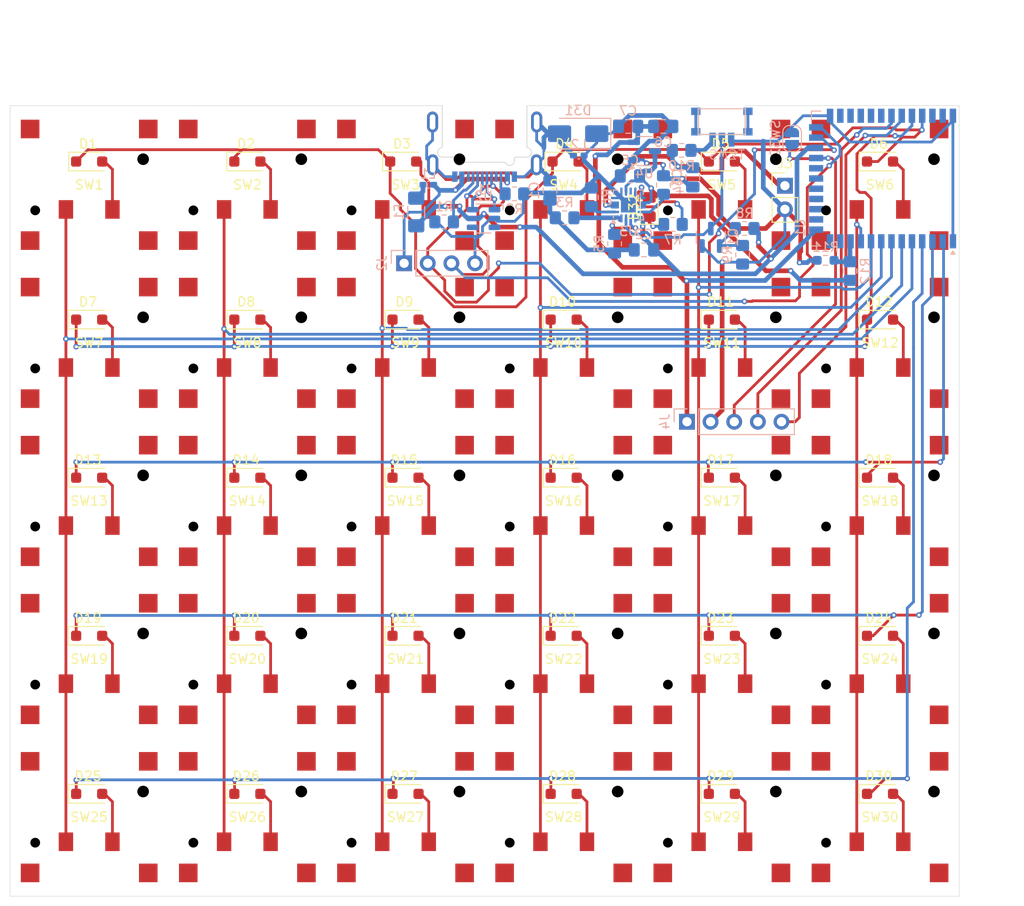
<source format=kicad_pcb>
(kicad_pcb (version 20241229) (generator "pcbnew") (generator_version "9.0")
  (layers (0 "F.Cu" signal) (2 "B.Cu" signal) (13 "F.Paste" user) (15 "B.Paste" user) (5 "F.SilkS" user "F.Silkscreen") (7 "B.SilkS" user "B.Silkscreen") (1 "F.Mask" user) (3 "B.Mask" user) (25 "Edge.Cuts" user))
  (net 0 "")
  (net 1 "Net-(D1-A)")
  (net 2 "Net-(D2-A)")
  (net 3 "Net-(D3-A)")
  (net 4 "Net-(D4-A)")
  (net 5 "Net-(D5-A)")
  (net 6 "Net-(D6-A)")
  (net 7 "Net-(D8-A)")
  (net 8 "Net-(D9-A)")
  (net 9 "Net-(D10-A)")
  (net 10 "Net-(D11-A)")
  (net 11 "Net-(D12-A)")
  (net 12 "Net-(D13-A)")
  (net 13 "Net-(D15-A)")
  (net 14 "Net-(D16-A)")
  (net 15 "Net-(D17-A)")
  (net 16 "Net-(D18-A)")
  (net 17 "Net-(D19-A)")
  (net 18 "Net-(D20-A)")
  (net 19 "Net-(D21-A)")
  (net 20 "Net-(D22-A)")
  (net 21 "Net-(D23-A)")
  (net 22 "Net-(D24-A)")
  (net 23 "Net-(D25-A)")
  (net 24 "Net-(D26-A)")
  (net 25 "Net-(D27-A)")
  (net 26 "Net-(D28-A)")
  (net 27 "GND")
  (net 28 "Net-(J1-CC2)")
  (net 29 "Net-(J1-CC1)")
  (net 30 "Net-(D29-A)")
  (net 31 "Net-(D30-A)")
  (net 32 "Net-(D7-A)")
  (net 33 "Net-(D14-A)")
  (net 34 "ROW1")
  (net 35 "ROW2")
  (net 36 "ROW3")
  (net 37 "ROW4")
  (net 38 "ROW5")
  (net 39 "Earth")
  (net 40 "VBUS")
  (net 42 "Net-(J2-Pin_3)")
  (net 43 "Net-(J2-Pin_2)")
  (net 49 "+BATT")
  (net 50 "RESET")
  (net 51 "Net-(J4-Pin_5)")
  (net 52 "Net-(J4-Pin_4)")
  (net 56 "SYSOFF")
  (net 58 "Net-(Q1-G)")
  (net 60 "COL1")
  (net 66 "COL2")
  (net 68 "COL3")
  (net 69 "COL4")
  (net 70 "COL5")
  (net 71 "COL6")
  (net 72 "+5V")
  (net 73 "+3.3V")
  (net 74 "VSENSE")
  (net 77 "+VSW")
  (net 78 "Net-(U3-ILIM)")
  (net 80 "Net-(U3-TMR)")
  (net 81 "Net-(U3-~{CHG})")
  (net 82 "Net-(U3-ISET)")
  (net 83 "Net-(U3-TS)")
  (net 84 "Net-(D32-K)")
  (net 85 "Net-(F1-Pad1)")
  (net 86 "Net-(SW31-A)")
  (footprint "LED_SMD:LED_0805_2012Metric_Pad1.15x1.40mm_HandSolder" (layer "F.Cu") (at 95.74 37.8875 90)
    (property "Reference" "D32")
    (property "Value" "LED")
  )
  (footprint "Diode_SMD:D_SOD-123F" (layer "F.Cu") (at 86.55 50)
    (property "Reference" "D10")
    (property "Value" "D")
  )
  (footprint "Diode_SMD:D_SOD-123F" (layer "F.Cu") (at 35.55 101)
    (property "Reference" "D25")
    (property "Value" "D")
  )
  (footprint "Diode_SMD:D_SOD-123F" (layer "F.Cu") (at 52.55 84)
    (property "Reference" "D20")
    (property "Value" "D")
  )
  (footprint "PCM_marbastlib-xp-choc:SW_PG1316S" (layer "F.Cu") (at 86.55 52.5)
    (property "Reference" "SW10")
    (property "Value" "SW_Push")
  )
  (footprint "Diode_SMD:D_SOD-123F" (layer "F.Cu") (at 69.3 33)
    (property "Reference" "D3")
    (property "Value" "D")
  )
  (footprint "PCM_marbastlib-xp-choc:SW_PG1316S" (layer "F.Cu") (at 120.55 103.5)
    (property "Reference" "SW30")
    (property "Value" "SW_Push")
  )
  (footprint "PCM_marbastlib-xp-choc:SW_PG1316S" (layer "F.Cu") (at 69.55 52.5)
    (property "Reference" "SW9")
    (property "Value" "SW_Push")
  )
  (footprint "Diode_SMD:D_SOD-123F" (layer "F.Cu") (at 35.55 33)
    (property "Reference" "D1")
    (property "Value" "D")
  )
  (footprint "PCM_marbastlib-xp-choc:SW_PG1316S" (layer "F.Cu") (at 103.55 69.5)
    (property "Reference" "SW17")
    (property "Value" "SW_Push")
  )
  (footprint "PCM_marbastlib-xp-choc:SW_PG1316S" (layer "F.Cu") (at 52.55 86.5)
    (property "Reference" "SW20")
    (property "Value" "SW_Push")
  )
  (footprint "PCM_marbastlib-xp-choc:SW_PG1316S" (layer "F.Cu") (at 86.55 69.5)
    (property "Reference" "SW16")
    (property "Value" "SW_Push")
  )
  (footprint "PCM_marbastlib-xp-choc:SW_PG1316S" (layer "F.Cu") (at 86.55 86.5)
    (property "Reference" "SW22")
    (property "Value" "SW_Push")
  )
  (footprint "PCM_marbastlib-xp-choc:SW_PG1316S" (layer "F.Cu") (at 35.55 86.5)
    (property "Reference" "SW19")
    (property "Value" "SW_Push")
  )
  (footprint "Diode_SMD:D_SOD-123F" (layer "F.Cu") (at 103.55 50)
    (property "Reference" "D11")
    (property "Value" "D")
  )
  (footprint "PCM_marbastlib-xp-choc:SW_PG1316S" (layer "F.Cu") (at 120.55 86.5)
    (property "Reference" "SW24")
    (property "Value" "SW_Push")
  )
  (footprint "Diode_SMD:D_SOD-123F" (layer "F.Cu") (at 35.55 67)
    (property "Reference" "D13")
    (property "Value" "D")
  )
  (footprint "PCM_marbastlib-xp-choc:SW_PG1316S" (layer "F.Cu") (at 103.55 86.5)
    (property "Reference" "SW23")
    (property "Value" "SW_Push")
  )
  (footprint "PCM_marbastlib-xp-choc:SW_PG1316S" (layer "F.Cu") (at 86.55 35.5)
    (property "Reference" "SW4")
    (property "Value" "SW_Push")
  )
  (footprint "Diode_SMD:D_SOD-123F" (layer "F.Cu") (at 103.55 84)
    (property "Reference" "D23")
    (property "Value" "D")
  )
  (footprint "Diode_SMD:D_SOD-123F" (layer "F.Cu") (at 86.75 33)
    (property "Reference" "D4")
    (property "Value" "D")
  )
  (footprint "Connector_PinHeader_2.54mm:PinHeader_1x02_P2.54mm_Vertical" (layer "F.Cu") (at 110.325 35.6)
    (property "Reference" "J3")
    (property "Value" "Conn_01x02_Pin")
  )
  (footprint "PCM_marbastlib-xp-choc:SW_PG1316S" (layer "F.Cu") (at 69.55 103.5)
    (property "Reference" "SW27")
    (property "Value" "SW_Push")
  )
  (footprint "Diode_SMD:D_SOD-123F" (layer "F.Cu") (at 35.55 84)
    (property "Reference" "D19")
    (property "Value" "D")
  )
  (footprint "Diode_SMD:D_SOD-123F" (layer "F.Cu") (at 52.55 101)
    (property "Reference" "D26")
    (property "Value" "D")
  )
  (footprint "Diode_SMD:D_SOD-123F" (layer "F.Cu") (at 86.55 67)
    (property "Reference" "D16")
    (property "Value" "D")
  )
  (footprint "Diode_SMD:D_SOD-123F" (layer "F.Cu") (at 52.55 67)
    (property "Reference" "D14")
    (property "Value" "D")
  )
  (footprint "Diode_SMD:D_SOD-123F" (layer "F.Cu") (at 35.55 50)
    (property "Reference" "D7")
    (property "Value" "D")
  )
  (footprint "Diode_SMD:D_SOD-123F" (layer "F.Cu") (at 86.55 84)
    (property "Reference" "D22")
    (property "Value" "D")
  )
  (footprint "Diode_SMD:D_SOD-123F" (layer "F.Cu") (at 69.55 101)
    (property "Reference" "D27")
    (property "Value" "D")
  )
  (footprint "Diode_SMD:D_SOD-123F" (layer "F.Cu") (at 120.55 67)
    (property "Reference" "D18")
    (property "Value" "D")
  )
  (footprint "Diode_SMD:D_SOD-123F" (layer "F.Cu") (at 120.55 50)
    (property "Reference" "D12")
    (property "Value" "D")
  )
  (footprint "Diode_SMD:D_SOD-123F" (layer "F.Cu") (at 69.55 67)
    (property "Reference" "D15")
    (property "Value" "D")
  )
  (footprint "Diode_SMD:D_SOD-123F" (layer "F.Cu") (at 103.55 67)
    (property "Reference" "D17")
    (property "Value" "D")
  )
  (footprint "Diode_SMD:D_SOD-123F" (layer "F.Cu") (at 69.55 84)
    (property "Reference" "D21")
    (property "Value" "D")
  )
  (footprint "PCM_marbastlib-xp-choc:SW_PG1316S" (layer "F.Cu") (at 52.55 35.5)
    (property "Reference" "SW2")
    (property "Value" "SW_Push")
  )
  (footprint "PCM_marbastlib-xp-choc:SW_PG1316S" (layer "F.Cu") (at 35.55 103.5)
    (property "Reference" "SW25")
    (property "Value" "SW_Push")
  )
  (footprint "PCM_marbastlib-xp-choc:SW_PG1316S" (layer "F.Cu") (at 69.55 86.5)
    (property "Reference" "SW21")
    (property "Value" "SW_Push")
  )
  (footprint "PCM_marbastlib-xp-choc:SW_PG1316S" (layer "F.Cu") (at 103.55 35.5)
    (property "Reference" "SW5")
    (property "Value" "SW_Push")
  )
  (footprint "PCM_marbastlib-xp-choc:SW_PG1316S" (layer "F.Cu") (at 120.55 35.5)
    (property "Reference" "SW6")
    (property "Value" "SW_Push")
  )
  (footprint "PCM_marbastlib-xp-choc:SW_PG1316S" (layer "F.Cu") (at 35.55 35.5)
    (property "Reference" "SW1")
    (property "Value" "SW_Push")
  )
  (footprint "PCM_marbastlib-xp-choc:SW_PG1316S" (layer "F.Cu") (at 69.55 35.5)
    (property "Reference" "SW3")
    (property "Value" "SW_Push")
  )
  (footprint "Diode_SMD:D_SOD-123F" (layer "F.Cu") (at 120.55 33)
    (property "Reference" "D6")
    (property "Value" "D")
  )
  (footprint "PCM_marbastlib-xp-choc:SW_PG1316S" (layer "F.Cu") (at 52.55 69.5)
    (property "Reference" "SW14")
    (property "Value" "SW_Push")
  )
  (footprint "Diode_SMD:D_SOD-123F" (layer "F.Cu") (at 103.55 101)
    (property "Reference" "D29")
    (property "Value" "D")
  )
  (footprint "PCM_marbastlib-xp-choc:SW_PG1316S" (layer "F.Cu") (at 120.55 52.5)
    (property "Reference" "SW12")
    (property "Value" "SW_Push")
  )
  (footprint "PCM_marbastlib-xp-choc:SW_PG1316S" (layer "F.Cu") (at 86.55 103.5)
    (property "Reference" "SW28")
    (property "Value" "SW_Push")
  )
  (footprint "Diode_SMD:D_SOD-123F" (layer "F.Cu") (at 120.55 101)
    (property "Reference" "D30")
    (property "Value" "D")
  )
  (footprint "Diode_SMD:D_SOD-123F" (layer "F.Cu") (at 52.55 50)
    (property "Reference" "D8")
    (property "Value" "D")
  )
  (footprint "Diode_SMD:D_SOD-123F" (layer "F.Cu") (at 103.55 33)
    (property "Reference" "D5")
    (property "Value" "D")
  )
  (footprint "PCM_marbastlib-xp-choc:SW_PG1316S" (layer "F.Cu") (at 103.55 103.5)
    (property "Reference" "SW29")
    (property "Value" "SW_Push")
  )
  (footprint "PCM_marbastlib-xp-choc:SW_PG1316S" (layer "F.Cu") (at 103.55 52.5)
    (property "Reference" "SW11")
    (property "Value" "SW_Push")
  )
  (footprint "PCM_marbastlib-xp-choc:SW_PG1316S" (layer "F.Cu") (at 35.55 69.5)
    (property "Reference" "SW13")
    (property "Value" "SW_Push")
  )
  (footprint "Diode_SMD:D_SOD-123F" (layer "F.Cu") (at 69.55 50)
    (property "Reference" "D9")
    (property "Value" "D")
  )
  (footprint "PCM_marbastlib-xp-choc:SW_PG1316S" (layer "F.Cu") (at 35.55 52.5)
    (property "Reference" "SW7")
    (property "Value" "SW_Push")
  )
  (footprint "Diode_SMD:D_SOD-123F" (layer "F.Cu") (at 52.55 33)
    (property "Reference" "D2")
    (property "Value" "D")
  )
  (footprint "PCM_marbastlib-xp-choc:SW_PG1316S" (layer "F.Cu") (at 120.55 69.5)
    (property "Reference" "SW18")
    (property "Value" "SW_Push")
  )
  (footprint "PCM_marbastlib-xp-choc:SW_PG1316S" (layer "F.Cu") (at 52.55 52.5)
    (property "Reference" "SW8")
    (property "Value" "SW_Push")
  )
  (footprint "Diode_SMD:D_SOD-123F" (layer "F.Cu") (at 120.55 84)
    (property "Reference" "D24")
    (property "Value" "D")
  )
  (footprint "PCM_marbastlib-xp-choc:SW_PG1316S" (layer "F.Cu") (at 52.55 103.5)
    (property "Reference" "SW26")
    (property "Value" "SW_Push")
  )
  (footprint "PCM_marbastlib-xp-choc:SW_PG1316S" (layer "F.Cu") (at 69.55 69.5)
    (property "Reference" "SW15")
    (property "Value" "SW_Push")
  )
  (footprint "Diode_SMD:D_SOD-123F" (layer "F.Cu") (at 86.55 101)
    (property "Reference" "D28")
    (property "Value" "D")
  )
  (footprint "Capacitor_SMD:C_0805_2012Metric_Pad1.18x1.45mm_HandSolder" (layer "B.Cu") (at 93.475 29.225 180)
    (property "Reference" "C7")
    (property "Value" "100n")
  )
  (footprint "PCM_marbastlib-various:USB_C_Receptacle_HRO_TYPE-C-31-M-14" (layer "B.Cu") (at 78.05 33.43)
    (property "Reference" "J1")
    (property "Value" "USB_C_Receptacle_USB2.0_16P")
    (fp_line (start -4.554999 -2.075821) (end -4.554999 -6.435) (stroke (width 0.08)) (layer "Edge.Cuts"))
    (fp_line (start -3.404998 -0.905) (end -4.554999 -0.905) (stroke (width 0.08)) (layer "Edge.Cuts"))
    (fp_line (start -3.204999 -0.505) (end -3.204999 -0.705) (stroke (width 0.08)) (layer "Edge.Cuts"))
    (fp_line (start -0.004999 -0.355) (end -2.098781 -0.355) (stroke (width 0.08)) (layer "Edge.Cuts"))
    (fp_line (start -0.004999 -0.355) (end 2.088783 -0.355) (stroke (width 0.08)) (layer "Edge.Cuts"))
    (fp_line (start 3.195001 -0.505) (end 3.195001 -0.705) (stroke (width 0.08)) (layer "Edge.Cuts"))
    (fp_line (start 3.395 -0.905) (end 4.545001 -0.905) (stroke (width 0.08)) (layer "Edge.Cuts"))
    (fp_line (start 4.545001 -2.075821) (end 4.545001 -6.435) (stroke (width 0.08)) (layer "Edge.Cuts"))
    (fp_arc (start -4.554999 -2.075821) (mid -4.594642 -1.956298) (end -4.697856 -1.884158) (stroke (width 0.08)) (layer "Edge.Cuts"))
    (fp_arc (start -4.554999 -0.905) (mid -5.04976 -1.332815) (end -4.697856 -1.884157) (stroke (width 0.08)) (layer "Edge.Cuts"))
    (fp_arc (start -3.404998 -0.905) (mid -3.263577 -0.846421) (end -3.204998 -0.705) (stroke (width 0.08)) (layer "Edge.Cuts"))
    (fp_arc (start -2.271986 -0.255) (mid -2.834409 -0.022037) (end -3.204999 -0.505) (stroke (width 0.08)) (layer "Edge.Cuts"))
    (fp_arc (start -2.271986 -0.255) (mid -2.198781 -0.328205) (end -2.098781 -0.355) (stroke (width 0.08)) (layer "Edge.Cuts"))
    (fp_arc (start 2.088783 -0.355) (mid 2.188789 -0.328211) (end 2.261988 -0.255) (stroke (width 0.08)) (layer "Edge.Cuts"))
    (fp_arc (start 3.195001 -0.705) (mid 3.253579 -0.846421) (end 3.395 -0.904999) (stroke (width 0.08)) (layer "Edge.Cuts"))
    (fp_arc (start 3.195001 -0.505) (mid 2.82441 -0.022036) (end 2.261988 -0.255) (stroke (width 0.08)) (layer "Edge.Cuts"))
    (fp_arc (start 4.687858 -1.884158) (mid 4.584652 -1.9563) (end 4.545001 -2.075821) (stroke (width 0.08)) (layer "Edge.Cuts"))
    (fp_arc (start 4.687858 -1.884158) (mid 5.039763 -1.332815) (end 4.545001 -0.904999) (stroke (width 0.08)) (layer "Edge.Cuts"))
  )
  (footprint "Resistor_SMD:R_0805_2012Metric_Pad1.20x1.40mm_HandSolder" (layer "B.Cu") (at 98.29 39.76)
    (property "Reference" "R7")
    (property "Value" "1.5k")
  )
  (footprint "Diode_SMD:D_SMA" (layer "B.Cu") (at 88.1 30 180)
    (property "Reference" "D31")
    (property "Value" "BSD3C051V")
  )
  (footprint "Capacitor_SMD:C_0805_2012Metric_Pad1.18x1.45mm_HandSolder" (layer "B.Cu") (at 95.175 42.5 180)
    (property "Reference" "C2")
    (property "Value" "4.7u")
  )
  (footprint "Capacitor_SMD:C_0805_2012Metric_Pad1.18x1.45mm_HandSolder" (layer "B.Cu") (at 93.67 34.55 180)
    (property "Reference" "C5")
    (property "Value" "1u")
  )
  (footprint "custom-syms:Slide" (layer "B.Cu") (at 103.55 28.7)
    (property "Reference" "SW31")
    (property "Value" "SW_SPDT")
  )
  (footprint "Fuse:Fuse_1206_3216Metric_Pad1.42x1.75mm_HandSolder" (layer "B.Cu") (at 70.7 38.425 -90)
    (property "Reference" "F1")
    (property "Value" "750mA")
  )
  (footprint "Resistor_SMD:R_0805_2012Metric_Pad1.20x1.40mm_HandSolder" (layer "B.Cu") (at 105.775 43.025 -90)
    (property "Reference" "R9")
    (property "Value" "10k")
  )
  (footprint "Package_TO_SOT_SMD:SOT-23" (layer "B.Cu") (at 102.3625 41.15 90)
    (property "Reference" "Q1")
    (property "Value" "2N7002")
  )
  (footprint "Resistor_SMD:R_0805_2012Metric_Pad1.20x1.40mm_HandSolder" (layer "B.Cu") (at 81.25 36.475)
    (property "Reference" "R2")
    (property "Value" "5.1k")
  )
  (footprint "Resistor_SMD:R_0805_2012Metric_Pad1.20x1.40mm_HandSolder" (layer "B.Cu") (at 92.02 41.84 -90)
    (property "Reference" "R5")
    (property "Value" "47k")
  )
  (footprint "Package_TO_SOT_SMD:SOT-23-3" (layer "B.Cu") (at 95.225 31.875)
    (property "Reference" "U4")
    (property "Value" "XC6206PxxxMR")
  )
  (footprint "Package_DFN_QFN:VQFN-16-1EP_3x3mm_P0.5mm_EP1.6x1.6mm" (layer "B.Cu") (at 93.5 37.675)
    (property "Reference" "U3")
    (property "Value" "BQ24075RGT")
  )
  (footprint "Resistor_SMD:R_0603_1608Metric_Pad0.98x0.95mm_HandSolder" (layer "B.Cu") (at 114.7 43.625 180)
    (property "Reference" "R11")
    (property "Value" "2M")
  )
  (footprint "Resistor_SMD:R_0805_2012Metric_Pad1.20x1.40mm_HandSolder" (layer "B.Cu") (at 99.225 31.8)
    (property "Reference" "R10")
    (property "Value" "100k")
  )
  (footprint "Capacitor_SMD:C_0805_2012Metric_Pad1.18x1.45mm_HandSolder" (layer "B.Cu") (at 85.075 36.125 -90)
    (property "Reference" "C1")
    (property "Value" "100n")
  )
  (footprint "Jumper:SolderJumper-2_P1.3mm_Open_RoundedPad1.0x1.5mm" (layer "B.Cu") (at 111.1 30.53 -90)
    (property "Reference" "SW32")
    (property "Value" "SW_Push")
  )
  (footprint "Resistor_SMD:R_0805_2012Metric_Pad1.20x1.40mm_HandSolder" (layer "B.Cu") (at 89.525 36.85 90)
    (property "Reference" "R6")
    (property "Value" "10k")
  )
  (footprint "Connector_PinHeader_2.54mm:PinHeader_1x05_P2.54mm_Vertical" (layer "B.Cu") (at 99.8 60.98 -90)
    (property "Reference" "J4")
    (property "Value" "Conn_01x05_Pin")
  )
  (footprint "Inductor_SMD:L_0402_1005Metric_Pad0.77x0.64mm_HandSolder" (layer "B.Cu") (at 88.175 32.35 180)
    (property "Reference" "L2")
    (property "Value" "BLM15PD121SN1D")
  )
  (footprint "Resistor_SMD:R_0805_2012Metric_Pad1.20x1.40mm_HandSolder" (layer "B.Cu") (at 106 40.2 180)
    (property "Reference" "R8")
    (property "Value" "100")
  )
  (footprint "Resistor_SMD:R_0805_2012Metric_Pad1.20x1.40mm_HandSolder" (layer "B.Cu") (at 73.7 39.49 180)
    (property "Reference" "R1")
    (property "Value" "5.1k")
  )
  (footprint "Capacitor_SMD:C_0805_2012Metric_Pad1.18x1.45mm_HandSolder" (layer "B.Cu") (at 100.425 34.7 -90)
    (property "Reference" "C3")
    (property "Value" "4.7u")
  )
  (footprint "PCM_marbastlib-various:SOT-23-6-routable" (layer "B.Cu") (at 77.9325 39.125 180)
    (property "Reference" "U2")
    (property "Value" "SRV05-4")
  )
  (footprint "PCM_marbastlib-various:nRF52840_holyiot_18010_HS_simple" (layer "B.Cu") (at 122.681 34.825 90)
    (property "Reference" "U1")
    (property "Value" "nRF52840_holyiot_18010")
  )
  (footprint "Resistor_SMD:R_0805_2012Metric_Pad1.20x1.40mm_HandSolder" (layer "B.Cu") (at 86.65 39.05 180)
    (property "Reference" "R3")
    (property "Value" "3.9k")
  )
  (footprint "Inductor_SMD:L_0402_1005Metric_Pad0.77x0.64mm_HandSolder" (layer "B.Cu") (at 72 35.5 180)
    (property "Reference" "L1")
    (property "Value" "BLM15PD121SN1D")
  )
  (footprint "Capacitor_SMD:C_0805_2012Metric_Pad1.18x1.45mm_HandSolder" (layer "B.Cu") (at 97.25 29.225)
    (property "Reference" "C6")
    (property "Value" "1u")
  )
  (footprint "Connector_PinHeader_2.54mm:PinHeader_1x04_P2.54mm_Vertical" (layer "B.Cu") (at 69.4 43.94 -90)
    (property "Reference" "J2")
    (property "Value" "Conn_01x04_Pin")
  )
  (footprint "Resistor_SMD:R_0805_2012Metric_Pad1.20x1.40mm_HandSolder" (layer "B.Cu") (at 97.275 35.525 90)
    (property "Reference" "R4")
    (property "Value" "1.5k")
  )
  (footprint "Resistor_SMD:R_0805_2012Metric_Pad1.20x1.40mm_HandSolder" (layer "B.Cu") (at 117.325 44.775 90)
    (property "Reference" "R12")
    (property "Value" "806k")
  )
  (gr_line (start 129.05 112) (end 27.05 112) (stroke (width 0.05)) (layer "Edge.Cuts"))
  (gr_line (start 100.95 30.15) (end 106.125 30.15) (stroke (width 0.05)) (layer "Edge.Cuts"))
  (gr_line (start 100.95 30.15) (end 100.95 27) (stroke (width 0.05)) (layer "Edge.Cuts"))
  (gr_line (start 106.125 27) (end 129.05 27) (stroke (width 0.05)) (layer "Edge.Cuts"))
  (gr_line (start 82.595001 26.995) (end 100.95 27) (stroke (width 0.05)) (layer "Edge.Cuts"))
  (gr_line (start 27.05 112) (end 27.05 27) (stroke (width 0.05)) (layer "Edge.Cuts"))
  (gr_line (start 27.05 27) (end 73.495001 26.995) (stroke (width 0.05)) (layer "Edge.Cuts"))
  (gr_line (start 106.125 30.15) (end 106.125 27) (stroke (width 0.05)) (layer "Edge.Cuts"))
  (gr_line (start 129.05 27) (end 129.05 112) (stroke (width 0.05)) (layer "Edge.Cuts"))
  (segment (start 106.35 27.6) (end 106.35 29.8) (width 0.3) (layer "B.Cu") (net 0))
  (segment (start 100.75 29.8) (end 100.75 27.6) (width 0.3) (layer "B.Cu") (net 0))
  (segment (start 38.05 38.15) (end 38.05 33.85) (width 0.3) (layer "F.Cu") (net 1))
  (segment (start 38.05 33.85) (end 37.2 33) (width 0.3) (layer "F.Cu") (net 1))
  (segment (start 55.05 33.85) (end 54.2 33) (width 0.3) (layer "F.Cu") (net 2))
  (segment (start 55.05 38.15) (end 55.05 33.85) (width 0.3) (layer "F.Cu") (net 2))
  (segment (start 71.2 34.4) (end 71.2 33) (width 0.3) (layer "F.Cu") (net 3))
  (segment (start 72.05 35.25) (end 71.2 34.4) (width 0.3) (layer "F.Cu") (net 3))
  (segment (start 72.05 38.15) (end 72.05 35.25) (width 0.3) (layer "F.Cu") (net 3))
  (segment (start 89.05 33.85) (end 88.2 33) (width 0.3) (layer "F.Cu") (net 4))
  (segment (start 89.05 38.15) (end 89.05 33.85) (width 0.3) (layer "F.Cu") (net 4))
  (segment (start 106.05 33.85) (end 105.2 33) (width 0.3) (layer "F.Cu") (net 5))
  (segment (start 106.05 38.15) (end 106.05 33.85) (width 0.3) (layer "F.Cu") (net 5))
  (segment (start 123.05 38.15) (end 123.05 33.9) (width 0.3) (layer "F.Cu") (net 6))
  (segment (start 123.05 33.9) (end 122.15 33) (width 0.3) (layer "F.Cu") (net 6))
  (segment (start 55.05 50.85) (end 54.2 50) (width 0.3) (layer "F.Cu") (net 7))
  (segment (start 55.05 55.15) (end 55.05 50.85) (width 0.3) (layer "F.Cu") (net 7))
  (segment (start 72.05 55.15) (end 72.05 50.85) (width 0.3) (layer "F.Cu") (net 8))
  (segment (start 72.05 50.85) (end 71.2 50) (width 0.3) (layer "F.Cu") (net 8))
  (segment (start 89.05 50.85) (end 88.2 50) (width 0.3) (layer "F.Cu") (net 9))
  (segment (start 89.05 55.15) (end 89.05 50.85) (width 0.3) (layer "F.Cu") (net 9))
  (segment (start 106.05 50.85) (end 105.2 50) (width 0.3) (layer "F.Cu") (net 10))
  (segment (start 106.05 55.15) (end 106.05 50.85) (width 0.3) (layer "F.Cu") (net 10))
  (segment (start 123.05 50.85) (end 122.2 50) (width 0.3) (layer "F.Cu") (net 11))
  (segment (start 123.05 55.15) (end 123.05 50.85) (width 0.3) (layer "F.Cu") (net 11))
  (segment (start 38.05 67.85) (end 37.2 67) (width 0.3) (layer "F.Cu") (net 12))
  (segment (start 38.05 72.15) (end 38.05 67.85) (width 0.3) (layer "F.Cu") (net 12))
  (segment (start 72.05 67.85) (end 71.2 67) (width 0.3) (layer "F.Cu") (net 13))
  (segment (start 72.05 72.15) (end 72.05 67.85) (width 0.3) (layer "F.Cu") (net 13))
  (segment (start 89.05 67.85) (end 88.2 67) (width 0.3) (layer "F.Cu") (net 14))
  (segment (start 89.05 72.15) (end 89.05 67.85) (width 0.3) (layer "F.Cu") (net 14))
  (segment (start 106.05 67.85) (end 105.2 67) (width 0.3) (layer "F.Cu") (net 15))
  (segment (start 106.05 72.15) (end 106.05 67.85) (width 0.3) (layer "F.Cu") (net 15))
  (segment (start 123.05 72.15) (end 123.05 67.85) (width 0.3) (layer "F.Cu") (net 16))
  (segment (start 123.05 67.85) (end 122.2 67) (width 0.3) (layer "F.Cu") (net 16))
  (segment (start 38.05 84.85) (end 37.2 84) (width 0.3) (layer "F.Cu") (net 17))
  (segment (start 38.05 89.15) (end 38.05 84.85) (width 0.3) (layer "F.Cu") (net 17))
  (segment (start 55.05 84.85) (end 54.2 84) (width 0.3) (layer "F.Cu") (net 18))
  (segment (start 55.05 89.15) (end 55.05 84.85) (width 0.3) (layer "F.Cu") (net 18))
  (segment (start 72.05 89.15) (end 72.05 84.85) (width 0.3) (layer "F.Cu") (net 19))
  (segment (start 72.05 84.85) (end 71.2 84) (width 0.3) (layer "F.Cu") (net 19))
  (segment (start 89.05 84.85) (end 88.2 84) (width 0.3) (layer "F.Cu") (net 20))
  (segment (start 89.05 89.15) (end 89.05 84.85) (width 0.3) (layer "F.Cu") (net 20))
  (segment (start 106.05 89.15) (end 106.05 84.85) (width 0.3) (layer "F.Cu") (net 21))
  (segment (start 106.05 84.85) (end 105.2 84) (width 0.3) (layer "F.Cu") (net 21))
  (segment (start 123.05 89.15) (end 123.05 84.85) (width 0.3) (layer "F.Cu") (net 22))
  (segment (start 123.05 84.85) (end 122.2 84) (width 0.3) (layer "F.Cu") (net 22))
  (segment (start 38.05 106.15) (end 38.05 101.85) (width 0.3) (layer "F.Cu") (net 23))
  (segment (start 38.05 101.85) (end 37.2 101) (width 0.3) (layer "F.Cu") (net 23))
  (segment (start 55.05 106.15) (end 55.05 101.85) (width 0.3) (layer "F.Cu") (net 24))
  (segment (start 55.05 101.85) (end 54.2 101) (width 0.3) (layer "F.Cu") (net 24))
  (segment (start 72.05 106.15) (end 72.05 101.85) (width 0.3) (layer "F.Cu") (net 25))
  (segment (start 72.05 101.85) (end 71.2 101) (width 0.3) (layer "F.Cu") (net 25))
  (segment (start 89.05 106.15) (end 89.05 101.85) (width 0.3) (layer "F.Cu") (net 26))
  (segment (start 89.05 101.85) (end 88.2 101) (width 0.3) (layer "F.Cu") (net 26))
  (segment (start 102.34 60.98) (end 103.58 59.74) (width 0.5) (layer "F.Cu") (net 27))
  (segment (start 112.025 42.675) (end 112.025 39.84) (width 0.5) (layer "F.Cu") (net 27))
  (segment (start 97.05 33.19) (end 97.24 33.38) (width 0.3) (layer "F.Cu") (net 27))
  (segment (start 111.9 42.8) (end 112.025 42.675) (width 0.5) (layer "F.Cu") (net 27))
  (segment (start 104.725 40.2) (end 103.2 38.675) (width 0.5) (layer "F.Cu") (net 27))
  (segment (start 103.58 59.74) (end 103.58 43.825) (width 0.5) (layer "F.Cu") (net 27))
  (segment (start 111.9 43.87) (end 111.9 42.8) (width 0.5) (layer "F.Cu") (net 27))
  (segment (start 103.2 38.675) (end 103.2 36.825) (width 0.5) (layer "F.Cu") (net 27))
  (segment (start 108.265 40.2) (end 104.725 40.2) (width 0.5) (layer "F.Cu") (net 27))
  (segment (start 110.325 38.14) (end 108.265 40.2) (width 0.5) (layer "F.Cu") (net 27))
  (segment (start 101.225 34.85) (end 99.3 34.85) (width 0.5) (layer "F.Cu") (net 27))
  (segment (start 112.025 39.84) (end 110.325 38.14) (width 0.5) (layer "F.Cu") (net 27))
  (segment (start 103.2 36.825) (end 101.225 34.85) (width 0.5) (layer "F.Cu") (net 27))
  (segment (start 95.47 33.19) (end 97.05 33.19) (width 0.3) (layer "F.Cu") (net 27))
  (via (at 95.47 33.19) (size 0.6) (drill 0.3) (layers "F.Cu" "B.Cu") (net 27))
  (via (at 103.58 43.825) (size 0.6) (drill 0.3) (layers "F.Cu" "B.Cu") (net 27))
  (via (at 111.9 43.87) (size 0.6) (drill 0.3) (layers "F.Cu" "B.Cu") (net 27))
  (via (at 97.24 33.38) (size 0.6) (drill 0.3) (layers "F.Cu" "B.Cu") (net 27))
  (via (at 99.3 34.85) (size 0.6) (drill 0.3) (layers "F.Cu" "B.Cu") (net 27))
  (segment (start 115.181 28.734) (end 117.347 30.9) (width 0.3) (layer "B.Cu") (net 27))
  (segment (start 77.38 41.05) (end 74.475 41.05) (width 0.3) (layer "B.Cu") (net 27))
  (segment (start 103.58 43.825) (end 107.55 43.825) (width 0.3) (layer "B.Cu") (net 27))
  (segment (start 126.075 30.9) (end 128.381 28.594) (width 0.3) (layer "B.Cu") (net 27))
  (segment (start 96.7125 30.8) (end 98.2875 29.225) (width 0.5) (layer "B.Cu") (net 27))
  (segment (start 88.45 36.375) (end 85.075 36.375) (width 0.5) (layer "B.Cu") (net 27))
  (segment (start 90.325 34.5) (end 88.7475 32.9225) (width 0.5) (layer "B.Cu") (net 27))
  (segment (start 92.4 34.525) (end 91.375 35.55) (width 0.3) (layer "B.Cu") (net 27))
  (segment (start 97.24 34.49) (end 97.275 34.525) (width 0.3) (layer "B.Cu") (net 27))
  (segment (start 109.95 41.4) (end 110.325 41.025) (width 0.3) (layer "B.Cu") (net 27))
  (segment (start 94.0875 32.825) (end 95.105 32.825) (width 0.3) (layer "B.Cu") (net 27))
  (segment (start 103.15 43.825) (end 103.58 43.825) (width 0.3) (layer "B.Cu") (net 27))
  (segment (start 82.225 36.375) (end 82.225 38.5) (width 0.3) (layer "B.Cu") (net 27))
  (segment (start 110.325 41.025) (end 110.325 38.14) (width 0.3) (layer "B.Cu") (net 27))
  (segment (start 78.7 39.125) (end 77.825 40) (width 0.3) (layer "B.Cu") (net 27))
  (segment (start 94.0875 32.85) (end 92.4125 34.525) (width 0.5) (layer "B.Cu") (net 27))
  (segment (start 108 30.801) (end 104.55 30.801) (width 0.3) (layer "B.Cu") (net 27))
  (segment (start 109.95 41.425) (end 109.95 41.4) (width 0.3) (layer "B.Cu") (net 27))
  (segment (start 77.02 41.41) (end 77.38 41.05) (width 0.3) (layer "B.Cu") (net 27))
  (segment (start 94.199 36.976) (end 93.5 37.675) (width 0.2) (layer "B.Cu") (net 27))
  (segment (start 85.075 38.475) (end 85.65 39.05) (width 0.5) (layer "B.Cu") (net 27))
  (segment (start 97.1115 28.049) (end 93.6135 28.049) (width 0.5) (layer "B.Cu") (net 27))
  (segment (start 107.55 43.825) (end 109.95 41.425) (width 0.3) (layer "B.Cu") (net 27))
  (segment (start 90.325 34.5) (end 88.45 36.375) (width 0.5) (layer "B.Cu") (net 27))
  (segment (start 88.7475 32.9225) (end 88.7475 32.35) (width 0.5) (layer "B.Cu") (net 27))
  (segment (start 101.4125 42.0875) (end 103.15 43.825) (width 0.3) (layer "B.Cu") (net 27))
  (segment (start 90.1 30) (end 91.6625 30) (width 0.3) (layer "B.Cu") (net 27))
  (segment (start 128.381 28.594) (end 128.381 28.075) (width 0.3) (layer "B.Cu") (net 27))
  (segment (start 117.347 30.9) (end 126.075 30.9) (width 0.3) (layer "B.Cu") (net 27))
  (segment (start 95.7541 30.8) (end 96.7125 30.8) (width 0.5) (layer "B.Cu") (net 27))
  (segment (start 93.6135 28.049) (end 92.4375 29.225) (width 0.5) (layer "B.Cu") (net 27))
  (segment (start 99.3 34.85) (end 97.6 34.85) (width 0.5) (layer "B.Cu") (net 27))
  (segment (start 111.9 43.87) (end 112.73 43.87) (width 0.5) (layer "B.Cu") (net 27))
  (segment (start 90.1 30.9975) (end 88.7475 32.35) (width 0.3) (layer "B.Cu") (net 27))
  (segment (start 97.24 33.38) (end 97.24 34.49) (width 0.3) (layer "B.Cu") (net 27))
  (segment (start 94.1375 42.5) (end 89.1 42.5) (width 0.5) (layer "B.Cu") (net 27))
  (segment (start 100.425 35.7375) (end 100.1875 35.7375) (width 0.5) (layer "B.Cu") (net 27))
  (segment (start 115.181 28.075) (end 112.285 28.075) (width 0.3) (layer "B.Cu") (net 27))
  (segment (start 128.381 28.075) (end 128.381 41.575) (width 0.3) (layer "B.Cu") (net 27))
  (segment (start 94.25 36.2375) (end 94.199 36.2885) (width 0.2) (layer "B.Cu") (net 27))
  (segment (start 95.105 32.825) (end 95.47 33.19) (width 0.3) (layer "B.Cu") (net 27))
  (segment (start 100.1875 35.7375) (end 99.3 34.85) (width 0.5) (layer "B.Cu") (net 27))
  (segment (start 93.5 37.675) (end 91.375 35.55) (width 0.5) (layer "B.Cu") (net 27))
  (segment (start 82.225 38.5) (end 81.300001 39.424999) (width 0.3) (layer "B.Cu") (net 27))
  (segment (start 97.6 34.85) (end 97.275 34.525) (width 0.5) (layer "B.Cu") (net 27))
  (segment (start 94.199 36.2885) (end 94.199 36.976) (width 0.2) (layer "B.Cu") (net 27))
  (segment (start 77.825 40) (end 77.825 40.725) (width 0.3) (layer "B.Cu") (net 27))
  (segment (start 91.6625 30) (end 92.4375 29.225) (width 0.3) (layer "B.Cu") (net 27))
  (segment (start 79.1075 39.125) (end 78.7 39.125) (width 0.3) (layer "B.Cu") (net 27))
  (segment (start 74.475 41.05) (end 72.925 39.5) (width 0.3) (layer "B.Cu") (net 27))
  (segment (start 81.300001 39.424999) (end 79.407499 39.424999) (width 0.3) (layer "B.Cu") (net 27))
  (segment (start 90.1 30) (end 90.1 30.9975) (width 0.3) (layer "B.Cu") (net 27))
  (segment (start 109.559 30.801) (end 108 30.801) (width 0.3) (layer "B.Cu") (net 27))
  (segment (start 112.975 43.625) (end 113.7875 43.625) (width 0.5) (layer "B.Cu") (net 27))
  (segment (start 91.375 35.55) (end 90.325 34.5) (width 0.5) (layer "B.Cu") (net 27))
  (segment (start 92.4125 34.525) (end 92.4 34.525) (width 0.5) (layer "B.Cu") (net 27))
  (segment (start 85.075 36.375) (end 82.225 36.375) (width 0.5) (layer "B.Cu") (net 27))
  (segment (start 112.73 43.87) (end 112.975 43.625) (width 0.5) (layer "B.Cu") (net 27))
  (segment (start 98.2875 29.225) (end 97.1115 28.049) (width 0.5) (layer "B.Cu") (net 27))
  (segment (start 77.825 40.725) (end 77.5 41.05) (width 0.3) (layer "B.Cu") (net 27))
  (segment (start 77.02 43.94) (end 77.02 41.41) (width 0.3) (layer "B.Cu") (net 27))
  (segment (start 77.5 41.05) (end 77.38 41.05) (width 0.3) (layer "B.Cu") (net 27))
  (segment (start 85.075 37.1625) (end 85.075 36.375) (width 0.5) (layer "B.Cu") (net 27))
  (segment (start 110.325 38.14) (end 108 35.815) (width 0.5) (layer "B.Cu") (net 27))
  (segment (start 115.181 28.075) (end 115.181 28.734) (width 0.3) (layer "B.Cu") (net 27))
  (segment (start 94.0875 32.4666) (end 95.7541 30.8) (width 0.5) (layer "B.Cu") (net 27))
  (segment (start 79.407499 39.424999) (end 79.1075 39.125) (width 0.3) (layer "B.Cu") (net 27))
  (segment (start 89.1 42.5) (end 85.65 39.05) (width 0.5) (layer "B.Cu") (net 27))
  (segment (start 85.075 37.1625) (end 85.075 38.475) (width 0.5) (layer "B.Cu") (net 27))
  (segment (start 108 35.815) (end 108 30.801) (width 0.5) (layer "B.Cu") (net 27))
  (segment (start 94.0875 32.85) (end 94.0875 32.4666) (width 0.5) (layer "B.Cu") (net 27))
  (segment (start 112.285 28.075) (end 109.559 30.801) (width 0.3) (layer "B.Cu") (net 27))
  (segment (start 80.225 36.375) (end 79.8 35.95) (width 0.3) (layer "B.Cu") (net 28))
  (segment (start 79.8 35.95) (end 79.8 34.63) (width 0.3) (layer "B.Cu") (net 28))
  (segment (start 74.71 39.285) (end 74.925 39.5) (width 0.3) (layer "B.Cu") (net 29))
  (segment (start 76.8 35.325) (end 76.051 36.074) (width 0.3) (layer "B.Cu") (net 29))
  (segment (start 75.826 36.074) (end 74.71 37.19) (width 0.3) (layer "B.Cu") (net 29))
  (segment (start 76.051 36.074) (end 75.826 36.074) (width 0.3) (layer "B.Cu") (net 29))
  (segment (start 74.71 37.19) (end 74.71 39.285) (width 0.3) (layer "B.Cu") (net 29))
  (segment (start 76.8 34.63) (end 76.8 35.325) (width 0.3) (layer "B.Cu") (net 29))
  (segment (start 106.05 106.15) (end 106.05 101.85) (width 0.3) (layer "F.Cu") (net 30))
  (segment (start 106.05 101.85) (end 105.2 101) (width 0.3) (layer "F.Cu") (net 30))
  (segment (start 123.05 101.85) (end 122.2 101) (width 0.3) (layer "F.Cu") (net 31))
  (segment (start 123.05 106.15) (end 123.05 101.85) (width 0.3) (layer "F.Cu") (net 31))
  (segment (start 38.05 50.85) (end 37.2 50) (width 0.3) (layer "F.Cu") (net 32))
  (segment (start 38.05 55.15) (end 38.05 50.85) (width 0.3) (layer "F.Cu") (net 32))
  (segment (start 55.05 72.15) (end 55.05 67.85) (width 0.3) (layer "F.Cu") (net 33))
  (segment (start 55.05 67.85) (end 54.2 67) (width 0.3) (layer "F.Cu") (net 33))
  (segment (start 117.62 29.38) (end 122.08 29.38) (width 0.3) (layer "F.Cu") (net 34))
  (segment (start 124.27 30.38) (end 122.94 30.38) (width 0.3) (layer "F.Cu") (net 34))
  (segment (start 122.94 30.38) (end 120.32 33) (width 0.3) (layer "F.Cu") (net 34))
  (segment (start 69.025 37.55) (end 69.025 38.175) (width 0.3) (layer "F.Cu") (net 34))
  (segment (start 100.85 31.7) (end 86.65 31.7) (width 0.3) (layer "F.Cu") (net 34))
  (segment (start 67.9 33) (end 67.9 36.425) (width 0.3) (layer "F.Cu") (net 34))
  (segment (start 70.64 44.520001) (end 74.739999 48.62) (width 0.3) (layer "F.Cu") (net 34))
  (segment (start 115.875 31.125) (end 117.62 29.38) (width 0.3) (layer "F.Cu") (net 34))
  (segment (start 51.15 33) (end 51.15 32.55) (width 0.3) (layer "F.Cu") (net 34))
  (segment (start 86.65 31.7) (end 85.35 33) (width 0.3) (layer "F.Cu") (net 34))
  (segment (start 35.425 31.725) (end 34.15 33) (width 0.3) (layer "F.Cu") (net 34))
  (segment (start 102.15 33) (end 100.85 31.7) (width 0.3) (layer "F.Cu") (net 34))
  (segment (start 51.975 31.725) (end 35.425 31.725) (width 0.3) (layer "F.Cu") (net 34))
  (segment (start 85.35 34.25) (end 85.35 33) (width 0.3) (layer "F.Cu") (net 34))
  (segment (start 82.5 37.1) (end 85.35 34.25) (width 0.3) (layer "F.Cu") (net 34))
  (segment (start 102.15 33) (end 104.025 31.125) (width 0.3) (layer "F.Cu") (net 34))
  (segment (start 120.32 33) (end 118.9 33) (width 0.3) (layer "F.Cu") (net 34))
  (segment (start 125.05 29.6) (end 124.27 30.38) (width 0.3) (layer "F.Cu") (net 34))
  (segment (start 122.08 29.38) (end 122.3 29.6) (width 0.3) (layer "F.Cu") (net 34))
  (segment (start 81.45 48.62) (end 82.5 47.57) (width 0.3) (layer "F.Cu") (net 34))
  (segment (start 51.15 32.55) (end 51.975 31.725) (width 0.3) (layer "F.Cu") (net 34))
  (segment (start 69.025 38.175) (end 70.64 39.79) (width 0.3) (layer "F.Cu") (net 34))
  (segment (start 67.9 36.425) (end 69.025 37.55) (width 0.3) (layer "F.Cu") (net 34))
  (segment (start 125.05 29.6) (end 122.3 29.6) (width 0.3) (layer "F.Cu") (net 34))
  (segment (start 66.625 31.725) (end 51.975 31.725) (width 0.3) (layer "F.Cu") (net 34))
  (segment (start 104.025 31.125) (end 115.875 31.125) (width 0.3) (layer "F.Cu") (net 34))
  (segment (start 82.5 47.57) (end 82.5 37.1) (width 0.3) (layer "F.Cu") (net 34))
  (segment (start 70.64 39.79) (end 70.64 44.520001) (width 0.3) (layer "F.Cu") (net 34))
  (segment (start 74.739999 48.62) (end 81.45 48.62) (width 0.3) (layer "F.Cu") (net 34))
  (segment (start 67.9 33) (end 66.625 31.725) (width 0.3) (layer "F.Cu") (net 34))
  (via (at 125.05 29.6) (size 0.6) (drill 0.3) (layers "F.Cu" "B.Cu") (net 34))
  (segment (start 125.081 29.569) (end 125.05 29.6) (width 0.3) (layer "B.Cu") (net 34))
  (segment (start 125.081 28.075) (end 125.081 29.569) (width 0.3) (layer "B.Cu") (net 34))
  (segment (start 118.07 32.18) (end 118.07 36.02) (width 0.3) (layer "F.Cu") (net 35))
  (segment (start 119.6 49.3) (end 118.9 50) (width 0.3) (layer "F.Cu") (net 35))
  (segment (start 118.95 36.325) (end 119.6 36.975) (width 0.3) (layer "F.Cu") (net 35))
  (segment (start 122.15076 30.25) (end 120 30.25) (width 0.3) (layer "F.Cu") (net 35))
  (segment (start 122.164946 30.235814) (end 122.15076 30.25) (width 0.3) (layer "F.Cu") (net 35))
  (segment (start 34.15 52.91) (end 34.15 50) (width 0.3) (layer "F.Cu") (net 35))
  (segment (start 119.6 36.975) (end 119.6 49.3) (width 0.3) (layer "F.Cu") (net 35))
  (segment (start 118.375 36.325) (end 118.95 36.325) (width 0.3) (layer "F.Cu") (net 35))
  (segment (start 68.14 50.01) (end 68.15 50) (width 0.3) (layer "F.Cu") (net 35))
  (segment (start 102.15 52.85) (end 102.15 50) (width 0.3) (layer "F.Cu") (net 35))
  (segment (start 51.15 52.9) (end 51.15 50) (width 0.3) (layer "F.Cu") (net 35))
  (segment (start 119.15 50) (end 119.15 52.64) (width 0.3) (layer "F.Cu") (net 35))
  (segment (start 119.15 52.64) (end 118.91 52.88) (width 0.3) (layer "F.Cu") (net 35))
  (segment (start 85.15 50) (end 85.15 52.88) (width 0.3) (layer "F.Cu") (net 35))
  (segment (start 120 30.25) (end 118.07 32.18) (width 0.3) (layer "F.Cu") (net 35))
  (segment (start 68.14 52.88) (end 68.14 50.01) (width 0.3) (layer "F.Cu") (net 35))
  (segment (start 118.07 36.02) (end 118.375 36.325) (width 0.3) (layer "F.Cu") (net 35))
  (via (at 102.15 52.85) (size 0.6) (drill 0.3) (layers "F.Cu" "B.Cu") (net 35))
  (via (at 51.15 52.9) (size 0.6) (drill 0.3) (layers "F.Cu" "B.Cu") (net 35))
  (via (at 122.164946 30.235814) (size 0.6) (drill 0.3) (layers "F.Cu" "B.Cu") (net 35))
  (via (at 118.91 52.88) (size 0.6) (drill 0.3) (layers "F.Cu" "B.Cu") (net 35))
  (via (at 34.15 52.91) (size 0.6) (drill 0.3) (layers "F.Cu" "B.Cu") (net 35))
  (via (at 68.14 52.88) (size 0.6) (drill 0.3) (layers "F.Cu" "B.Cu") (net 35))
  (via (at 85.15 52.88) (size 0.6) (drill 0.3) (layers "F.Cu" "B.Cu") (net 35))
  (segment (start 102.18 52.88) (end 102.15 52.85) (width 0.3) (layer "B.Cu") (net 35))
  (segment (start 51.15 52.9) (end 34.16 52.9) (width 0.3) (layer "B.Cu") (net 35))
  (segment (start 51.17 52.88) (end 51.15 52.9) (width 0.3) (layer "B.Cu") (net 35))
  (segment (start 85.15 52.88) (end 68.14 52.88) (width 0.3) (layer "B.Cu") (net 35))
  (segment (start 34.16 52.9) (end 34.15 52.91) (width 0.3) (layer "B.Cu") (net 35))
  (segment (start 85.18 52.85) (end 85.15 52.88) (width 0.3) (layer "B.Cu") (net 35))
  (segment (start 68.14 52.88) (end 51.17 52.88) (width 0.3) (layer "B.Cu") (net 35))
  (segment (start 122.848 30.27) (end 123.981 29.137) (width 0.3) (layer "B.Cu") (net 35))
  (segment (start 122.199132 30.27) (end 122.848 30.27) (width 0.3) (layer "B.Cu") (net 35))
  (segment (start 122.164946 30.235814) (end 122.199132 30.27) (width 0.3) (layer "B.Cu") (net 35))
  (segment (start 118.91 52.88) (end 102.18 52.88) (width 0.3) (layer "B.Cu") (net 35))
  (segment (start 102.15 52.85) (end 85.18 52.85) (width 0.3) (layer "B.Cu") (net 35))
  (segment (start 123.981 29.137) (end 123.981 28.075) (width 0.3) (layer "B.Cu") (net 35))
  (segment (start 127.025 65.325) (end 120.575 65.325) (width 0.3) (layer "F.Cu") (net 36))
  (segment (start 120.575 65.325) (end 119.025 65.325) (width 0.3) (layer "F.Cu") (net 36))
  (segment (start 85.15 65.325) (end 85.15 67) (width 0.3) (layer "F.Cu") (net 36))
  (segment (start 102.1 66.95) (end 102.15 67) (width 0.3) (layer "F.Cu") (net 36))
  (segment (start 68.15 65.325) (end 68.15 67) (width 0.3) (layer "F.Cu") (net 36))
  (segment (start 102.1 65.325) (end 102.1 66.95) (width 0.3) (layer "F.Cu") (net 36))
  (segment (start 34.15 65.325) (end 34.15 67) (width 0.3) (layer "F.Cu") (net 36))
  (segment (start 51.15 65.325) (end 51.15 67) (width 0.3) (layer "F.Cu") (net 36))
  (segment (start 120.575 65.325) (end 118.9 67) (width 0.3) (layer "F.Cu") (net 36))
  (via (at 51.15 65.325) (size 0.6) (drill 0.3) (layers "F.Cu" "B.Cu") (net 36))
  (via (at 102.1 65.325) (size 0.6) (drill 0.3) (layers "F.Cu" "B.Cu") (net 36))
  (via (at 34.15 65.325) (size 0.6) (drill 0.3) (layers "F.Cu" "B.Cu") (net 36))
  (via (at 127.025 65.325) (size 0.6) (drill 0.3) (layers "F.Cu" "B.Cu") (net 36))
  (via (at 85.15 65.325) (size 0.6) (drill 0.3) (layers "F.Cu" "B.Cu") (net 36))
  (via (at 68.15 65.325) (size 0.6) (drill 0.3) (layers "F.Cu" "B.Cu") (net 36))
  (via (at 119.025 65.325) (size 0.6) (drill 0.3) (layers "F.Cu" "B.Cu") (net 36))
  (segment (start 102.1 65.325) (end 85.15 65.325) (width 0.3) (layer "B.Cu") (net 36))
  (segment (start 127.281 41.575) (end 127.376 41.67) (width 0.3) (layer "B.Cu") (net 36))
  (segment (start 85.15 65.325) (end 68.15 65.325) (width 0.3) (layer "B.Cu") (net 36))
  (segment (start 68.15 65.325) (end 51.15 65.325) (width 0.3) (layer "B.Cu") (net 36))
  (segment (start 51.15 65.325) (end 34.15 65.325) (width 0.3) (layer "B.Cu") (net 36))
  (segment (start 119.025 65.325) (end 102.1 65.325) (width 0.3) (layer "B.Cu") (net 36))
  (segment (start 127.376 41.67) (end 127.376 64.974) (width 0.3) (layer "B.Cu") (net 36))
  (segment (start 127.376 64.974) (end 127.025 65.325) (width 0.3) (layer "B.Cu") (net 36))
  (segment (start 34.15 81.82) (end 34.15 84) (width 0.3) (layer "F.Cu") (net 37))
  (segment (start 85.15 81.8) (end 85.15 84) (width 0.3) (layer "F.Cu") (net 37))
  (segment (start 68.15 81.81) (end 68.15 84) (width 0.3) (layer "F.Cu") (net 37))
  (segment (start 119.8 84) (end 118.9 84) (width 0.3) (layer "F.Cu") (net 37))
  (segment (start 122.025 81.775) (end 119.8 84) (width 0.3) (layer "F.Cu") (net 37))
  (segment (start 102.15 81.79) (end 102.15 84) (width 0.3) (layer "F.Cu") (net 37))
  (segment (start 51.15 81.81) (end 51.15 84) (width 0.3) (layer "F.Cu") (net 37))
  (segment (start 124.725 81.775) (end 122.025 81.775) (width 0.3) (layer "F.Cu") (net 37))
  (via (at 122.025 81.775) (size 0.6) (drill 0.3) (layers "F.Cu" "B.Cu") (net 37))
  (via (at 34.15 81.82) (size 0.6) (drill 0.3) (layers "F.Cu" "B.Cu") (net 37))
  (via (at 85.15 81.8) (size 0.6) (drill 0.3) (layers "F.Cu" "B.Cu") (net 37))
  (via (at 68.15 81.81) (size 0.6) (drill 0.3) (layers "F.Cu" "B.Cu") (net 37))
  (via (at 102.15 81.79) (size 0.6) (drill 0.3) (layers "F.Cu" "B.Cu") (net 37))
  (via (at 51.15 81.81) (size 0.6) (drill 0.3) (layers "F.Cu" "B.Cu") (net 37))
  (via (at 124.725 81.775) (size 0.6) (drill 0.3) (layers "F.Cu" "B.Cu") (net 37))
  (segment (start 85.16 81.79) (end 85.15 81.8) (width 0.3) (layer "B.Cu") (net 37))
  (segment (start 34.16 81.81) (end 34.15 81.82) (width 0.3) (layer "B.Cu") (net 37))
  (segment (start 126.181 47.381983) (end 125.1 48.462983) (width 0.3) (layer "B.Cu") (net 37))
  (segment (start 122.025 81.775) (end 102.165 81.775) (width 0.3) (layer "B.Cu") (net 37))
  (segment (start 102.165 81.775) (end 102.15 81.79) (width 0.3) (layer "B.Cu") (net 37))
  (segment (start 125.1 81.4) (end 124.725 81.775) (width 0.3) (layer "B.Cu") (net 37))
  (segment (start 126.181 41.575) (end 126.181 47.381983) (width 0.3) (layer "B.Cu") (net 37))
  (segment (start 51.15 81.81) (end 34.16 81.81) (width 0.3) (layer "B.Cu") (net 37))
  (segment (start 125.1 51.025) (end 125.1 81.4) (width 0.3) (layer "B.Cu") (net 37))
  (segment (start 102.15 81.79) (end 85.16 81.79) (width 0.3) (layer "B.Cu") (net 37))
  (segment (start 68.15 81.81) (end 51.15 81.81) (width 0.3) (layer "B.Cu") (net 37))
  (segment (start 85.15 81.8) (end 68.16 81.8) (width 0.3) (layer "B.Cu") (net 37))
  (segment (start 125.1 48.462983) (end 125.1 51.025) (width 0.3) (layer "B.Cu") (net 37))
  (segment (start 68.16 81.8) (end 68.15 81.81) (width 0.3) (layer "B.Cu") (net 37))
  (segment (start 121.1 99.35) (end 119.425 101.025) (width 0.3) (layer "F.Cu") (net 38))
  (segment (start 51.18 99.49) (end 51.18 100.97) (width 0.3) (layer "F.Cu") (net 38))
  (segment (start 123.475 99.35) (end 121.1 99.35) (width 0.3) (layer "F.Cu") (net 38))
  (segment (start 68.24 99.36) (end 68.24 100.91) (width 0.3) (layer "F.Cu") (net 38))
  (segment (start 51.18 100.97) (end 51.15 101) (width 0.3) (layer "F.Cu") (net 38))
  (segment (start 119.425 101.025) (end 119.4 101) (width 0.3) (layer "F.Cu") (net 38))
  (segment (start 34.16 100.99) (end 34.15 101) (width 0.3) (layer "F.Cu") (net 38))
  (segment (start 102.18 100.97) (end 102.15 101) (width 0.3) (layer "F.Cu") (net 38))
  (segment (start 34.16 99.51) (end 34.16 100.99) (width 0.3) (layer "F.Cu") (net 38))
  (segment (start 119.4 101) (end 118.9 101) (width 0.3) (layer "F.Cu") (net 38))
  (segment (start 85.17 99.35) (end 85.17 100.98) (width 0.3) (layer "F.Cu") (net 38))
  (segment (start 85.17 100.98) (end 85.15 101) (width 0.3) (layer "F.Cu") (net 38))
  (segment (start 102.18 99.34) (end 102.18 100.97) (width 0.3) (layer "F.Cu") (net 38))
  (segment (start 68.24 100.91) (end 68.15 101) (width 0.3) (layer "F.Cu") (net 38))
  (via (at 102.18 99.34) (size 0.6) (drill 0.3) (layers "F.Cu" "B.Cu") (net 38))
  (via (at 85.17 99.35) (size 0.6) (drill 0.3) (layers "F.Cu" "B.Cu") (net 38))
  (via (at 51.18 99.49) (size 0.6) (drill 0.3) (layers "F.Cu" "B.Cu") (net 38))
  (via (at 123.475 99.35) (size 0.6) (drill 0.3) (layers "F.Cu" "B.Cu") (net 38))
  (via (at 34.16 99.51) (size 0.6) (drill 0.3) (layers "F.Cu" "B.Cu") (net 38))
  (via (at 68.24 99.36) (size 0.6) (drill 0.3) (layers "F.Cu" "B.Cu") (net 38))
  (segment (start 124.15 48.104463) (end 124.15 52.975) (width 0.3) (layer "B.Cu") (net 38))
  (segment (start 102.18 99.34) (end 85.18 99.34) (width 0.3) (layer "B.Cu") (net 38))
  (segment (start 124.15 80.35) (end 123.65 80.85) (width 0.3) (layer "B.Cu") (net 38))
  (segment (start 85.17 99.35) (end 68.25 99.35) (width 0.3) (layer "B.Cu") (net 38))
  (segment (start 68.11 99.49) (end 51.18 99.49) (width 0.3) (layer "B.Cu") (net 38))
  (segment (start 51.18 99.49) (end 34.18 99.49) (width 0.3) (layer "B.Cu") (net 38))
  (segment (start 123.65 80.85) (end 123.475 81.025) (width 0.3) (layer "B.Cu") (net 38))
  (segment (start 123.475 99.35) (end 102.19 99.35) (width 0.3) (layer "B.Cu") (net 38))
  (segment (start 125.081 41.575) (end 125.081 47.173463) (width 0.3) (layer "B.Cu") (net 38))
  (segment (start 34.18 99.49) (end 34.16 99.51) (width 0.3) (layer "B.Cu") (net 38))
  (segment (start 123.475 81.025) (end 123.475 99.35) (width 0.3) (layer "B.Cu") (net 38))
  (segment (start 124.15 52.975) (end 124.15 80.35) (width 0.3) (layer "B.Cu") (net 38))
  (segment (start 125.081 47.173463) (end 124.15 48.104463) (width 0.3) (layer "B.Cu") (net 38))
  (segment (start 85.18 99.34) (end 85.17 99.35) (width 0.3) (layer "B.Cu") (net 38))
  (segment (start 102.19 99.35) (end 102.18 99.34) (width 0.3) (layer "B.Cu") (net 38))
  (segment (start 68.24 99.36) (end 68.11 99.49) (width 0.3) (layer "B.Cu") (net 38))
  (segment (start 68.25 99.35) (end 68.24 99.36) (width 0.3) (layer "B.Cu") (net 38))
  (segment (start 80.9 34.22) (end 81.34 34.66) (width 0.3) (layer "F.Cu") (net 39))
  (segment (start 75 34.94) (end 75.72 34.22) (width 0.3) (layer "F.Cu") (net 39))
  (segment (start 72.475 33.35) (end 72.475 33.505) (width 0.3) (layer "F.Cu") (net 39))
  (segment (start 72.475 33.505) (end 73.91 34.94) (width 0.3) (layer "F.Cu") (net 39))
  (segment (start 75.72 34.22) (end 80.9 34.22) (width 0.3) (layer "F.Cu") (net 39))
  (segment (start 73.91 34.94) (end 75 34.94) (width 0.3) (layer "F.Cu") (net 39))
  (segment (start 81.34 34.66) (end 82.76 34.66) (width 0.3) (layer "F.Cu") (net 39))
  (segment (start 82.76 34.66) (end 83.625 33.795) (width 0.3) (layer "F.Cu") (net 39))
  (segment (start 83.625 33.795) (end 83.625 33.35) (width 0.3) (layer "F.Cu") (net 39))
  (segment (start 82.345 34.63) (end 83.625 33.35) (width 0.3) (layer "B.Cu") (net 39))
  (segment (start 83.645 28.75) (end 83.645 30.745) (width 0.3) (layer "B.Cu") (net 39))
  (segment (start 86.1 30) (end 86.1 30.8475) (width 0.5) (layer "B.Cu") (net 39))
  (segment (start 74.85 34.63) (end 73.755 34.63) (width 0.3) (layer "B.Cu") (net 39))
  (segment (start 84.425 31.525) (end 84.425 32.55) (width 0.3) (layer "B.Cu") (net 39))
  (segment (start 84.895 30) (end 83.645 28.75) (width 0.5) (layer "B.Cu") (net 39))
  (segment (start 72.455 28.75) (end 72.455 30.695) (width 0.3) (layer "B.Cu") (net 39))
  (segment (start 85.075 34.8) (end 83.625 33.35) (width 0.5) (layer "B.Cu") (net 39))
  (segment (start 84.425 30.425) (end 84.425 31.525) (width 0.5) (layer "B.Cu") (net 39))
  (segment (start 86.1 30.8475) (end 87.6025 32.35) (width 0.5) (layer "B.Cu") (net 39))
  (segment (start 85.075 35.0875) (end 85.075 34.8) (width 0.5) (layer "B.Cu") (net 39))
  (segment (start 83.645 30.745) (end 84.425 31.525) (width 0.3) (layer "B.Cu") (net 39))
  (segment (start 86.1 30) (end 84.895 30) (width 0.5) (layer "B.Cu") (net 39))
  (segment (start 73.755 34.63) (end 72.475 33.35) (width 0.3) (layer "B.Cu") (net 39))
  (segment (start 84.85 30) (end 84.425 30.425) (width 0.5) (layer "B.Cu") (net 39))
  (segment (start 71.825 32.7) (end 72.475 33.35) (width 0.3) (layer "B.Cu") (net 39))
  (segment (start 71.825 31.325) (end 71.825 32.7) (width 0.3) (layer "B.Cu") (net 39))
  (segment (start 81.25 34.63) (end 82.345 34.63) (width 0.3) (layer "B.Cu") (net 39))
  (segment (start 86.1 30) (end 84.85 30) (width 0.5) (layer "B.Cu") (net 39))
  (segment (start 72.455 30.695) (end 71.825 31.325) (width 0.3) (layer "B.Cu") (net 39))
  (segment (start 84.425 32.55) (end 83.625 33.35) (width 0.3) (layer "B.Cu") (net 39))
  (segment (start 80.101365 34.887258) (end 76.093502 34.887258) (width 0.5) (layer "F.Cu") (net 40))
  (segment (start 76.093502 34.887258) (end 74.91538 36.06538) (width 0.5) (layer "F.Cu") (net 40))
  (segment (start 80.489107 35.275) (end 80.101365 34.887258) (width 0.5) (layer "F.Cu") (net 40))
  (via (at 74.91538 36.06538) (size 0.6) (drill 0.3) (layers "F.Cu" "B.Cu") (net 40))
  (via (at 80.489107 35.275) (size 0.6) (drill 0.3) (layers "F.Cu" "B.Cu") (net 40))
  (segment (start 74.950029 36.100029) (end 73.172529 36.100029) (width 0.5) (layer "B.Cu") (net 40))
  (segment (start 69.4 43.94) (end 69.4 38.99) (width 0.3) (layer "B.Cu") (net 40))
  (segment (start 80.5 34.63) (end 80.5 35.264107) (width 0.5) (layer "B.Cu") (net 40))
  (segment (start 73.172529 36.587471) (end 73.172529 36.100029) (width 0.3) (layer "B.Cu") (net 40))
  (segment (start 71.31 38.45) (end 73.172529 36.587471) (width 0.3) (layer "B.Cu") (net 40))
  (segment (start 75.6 35.450058) (end 74.950029 36.100029) (width 0.5) (layer "B.Cu") (net 40))
  (segment (start 69.94 38.45) (end 71.31 38.45) (width 0.3) (layer "B.Cu") (net 40))
  (segment (start 75.6 34.63) (end 75.6 35.450058) (width 0.5) (layer "B.Cu") (net 40))
  (segment (start 73.172529 36.100029) (end 72.5725 35.5) (width 0.5) (layer "B.Cu") (net 40))
  (segment (start 69.4 38.99) (end 69.94 38.45) (width 0.3) (layer "B.Cu") (net 40))
  (segment (start 80.5 35.264107) (end 80.489107 35.275) (width 0.5) (layer "B.Cu") (net 40))
  (segment (start 79.028258 35.638258) (end 78.95 35.638258) (width 0.3) (layer "F.Cu") (net 42))
  (segment (start 75.681 45.141) (end 77.849 45.141) (width 0.3) (layer "F.Cu") (net 42))
  (segment (start 78.1575 35.65) (end 77.407499 36.4) (width 0.3) (layer "F.Cu") (net 42))
  (segment (start 112.73 42.96) (end 112.73 35.81) (width 0.3) (layer "F.Cu") (net 42))
  (segment (start 77.33 38.13) (end 77.685 37.775) (width 0.3) (layer "F.Cu") (net 42))
  (segment (start 78.42 43.2) (end 77.33 42.11) (width 0.3) (layer "F.Cu") (net 42))
  (segment (start 111.46 47.98) (end 111.9 47.54) (width 0.3) (layer "F.Cu") (net 42))
  (segment (start 77.33 42.11) (end 77.33 38.13) (width 0.3) (layer "F.Cu") (net 42))
  (segment (start 78.938258 35.65) (end 78.1575 35.65) (width 0.3) (layer "F.Cu") (net 42))
  (segment (start 111.9 45.62) (end 113.35 44.17) (width 0.3) (layer "F.Cu") (net 42))
  (segment (start 105.98 48.04) (end 106.8 48.04) (width 0.3) (layer "F.Cu") (net 42))
  (segment (start 113.35 43.58) (end 112.73 42.96) (width 0.3) (layer "F.Cu") (net 42))
  (segment (start 80.080219 36.690219) (end 79.028258 35.638258) (width 0.3) (layer "F.Cu") (net 42))
  (segment (start 112.73 35.81) (end 115.09 33.45) (width 0.3) (layer "F.Cu") (net 42))
  (segment (start 79.625 37.775) (end 80.080219 37.319781) (width 0.3) (layer "F.Cu") (net 42))
  (segment (start 78.95 35.638258) (end 78.938258 35.65) (width 0.3) (layer "F.Cu") (net 42))
  (segment (start 78.42 44.57) (end 78.42 43.2) (width 0.3) (layer "F.Cu") (net 42))
  (segment (start 80.080219 37.319781) (end 80.080219 36.690219) (width 0.3) (layer "F.Cu") (net 42))
  (segment (start 77.849 45.141) (end 78.42 44.57) (width 0.3) (layer "F.Cu") (net 42))
  (segment (start 113.35 44.17) (end 113.35 43.58) (width 0.3) (layer "F.Cu") (net 42))
  (segment (start 77.685 37.775) (end 79.625 37.775) (width 0.3) (layer "F.Cu") (net 42))
  (segment (start 106.8 48.04) (end 106.86 47.98) (width 0.3) (layer "F.Cu") (net 42))
  (segment (start 106.86 47.98) (end 111.46 47.98) (width 0.3) (layer "F.Cu") (net 42))
  (segment (start 74.48 43.94) (end 75.681 45.141) (width 0.3) (layer "F.Cu") (net 42))
  (segment (start 111.9 47.54) (end 111.9 45.62) (width 0.3) (layer "F.Cu") (net 42))
  (via (at 77.407499 36.4) (size 0.6) (drill 0.3) (layers "F.Cu" "B.Cu") (net 42))
  (via (at 78.95 35.638258) (size 0.6) (drill 0.3) (layers "F.Cu" "B.Cu") (net 42))
  (via (at 115.09 33.45) (size 0.6) (drill 0.3) (layers "F.Cu" "B.Cu") (net 42))
  (via (at 105.98 48.04) (size 0.6) (drill 0.3) (layers "F.Cu" "B.Cu") (net 42))
  (segment (start 84.81 45.5) (end 76.04 45.5) (width 0.3) (layer "B.Cu") (net 42))
  (segment (start 116.25 31.38) (end 114.195 29.325) (width 0.3) (layer "B.Cu") (net 42))
  (segment (start 115.09 33.45) (end 116.25 32.29) (width 0.3) (layer "B.Cu") (net 42))
  (segment (start 114.195 29.325) (end 113.681 29.325) (width 0.3) (layer "B.Cu") (net 42))
  (segment (start 87.35 48.04) (end 84.81 45.5) (width 0.3) (layer "B.Cu") (net 42))
  (segment (start 105.98 48.04) (end 87.35 48.04) (width 0.3) (layer "B.Cu") (net 42))
  (segment (start 116.25 32.29) (end 116.25 31.38) (width 0.3) (layer "B.Cu") (net 42))
  (segment (start 77.407499 36.4) (end 76.7575 37.05) (width 0.3) (layer "B.Cu") (net 42))
  (segment (start 77.407499 36.4) (end 77.8 36.0075) (width 0.3) (layer "B.Cu") (net 42))
  (segment (start 76.04 45.5) (end 74.48 43.94) (width 0.3) (layer "B.Cu") (net 42))
  (segment (start 78.95 35.638258) (end 78.8 35.488258) (width 0.3) (layer "B.Cu") (net 42))
  (segment (start 78.8 35.488258) (end 78.8 34.63) (width 0.3) (layer "B.Cu") (net 42))
  (segment (start 76.7575 37.05) (end 76.7575 38.175) (width 0.3) (layer "B.Cu") (net 42))
  (segment (start 77.8 36.0075) (end 77.8 34.63) (width 0.3) (layer "B.Cu") (net 42))
  (segment (start 76.625 36.725) (end 76.95 37.05) (width 0.3) (layer "F.Cu") (net 43))
  (segment (start 76.15 36.725) (end 76.625 36.725) (width 0.3) (layer "F.Cu") (net 43))
  (segment (start 115.6 31.78) (end 115.544 31.724) (width 0.3) (layer "F.Cu") (net 43))
  (segment (start 79.56 44.438) (end 78.46 45.538) (width 0.3) (layer "F.Cu") (net 43))
  (segment (start 73.764259 45.764259) (end 71.94 43.94) (width 0.3) (layer "F.Cu") (net 43))
  (segment (start 79.56 43.93) (end 79.56 44.438) (width 0.3) (layer "F.Cu") (net 43))
  (segment (start 102.21 41.72) (end 102.21 47.29) (width 0.3) (layer "F.Cu") (net 43))
  (segment (start 73.764259 46.93574) (end 73.764259 45.764259) (width 0.3) (layer "F.Cu") (net 43))
  (segment (start 74.947519 48.119) (end 73.764259 46.93574) (width 0.3) (layer "F.Cu") (net 43))
  (segment (start 76.15 38.13) (end 71.94 42.34) (width 0.3) (layer "F.Cu") (net 43))
  (segment (start 78.46 45.538) (end 78.46 46.84) (width 0.3) (layer "F.Cu") (net 43))
  (segment (start 103.201487 40.728513) (end 102.21 41.72) (width 0.3) (layer "F.Cu") (net 43))
  (segment (start 77.181 48.119) (end 74.947519 48.119) (width 0.3) (layer "F.Cu") (net 43))
  (segment (start 107.111 31.724) (end 107.06 31.775) (width 0.3) (layer "F.Cu") (net 43))
  (segment (start 76.95 37.05) (end 79.1075 37.05) (width 0.3) (layer "F.Cu") (net 43))
  (segment (start 71.94 42.34) (end 71.94 43.94) (width 0.3) (layer "F.Cu") (net 43))
  (segment (start 115.544 31.724) (end 107.111 31.724) (width 0.3) (layer "F.Cu") (net 43))
  (segment (start 78.46 46.84) (end 77.181 48.119) (width 0.3) (layer "F.Cu") (net 43))
  (segment (start 76.15 36.725) (end 76.15 38.13) (width 0.3) (layer "F.Cu") (net 43))
  (via (at 107.06 31.775) (size 0.6) (drill 0.3) (layers "F.Cu" "B.Cu") (net 43))
  (via (at 103.201487 40.728513) (size 0.6) (drill 0.3) (layers "F.Cu" "B.Cu") (net 43))
  (via (at 102.21 47.29) (size 0.6) (drill 0.3) (layers "F.Cu" "B.Cu") (net 43))
  (via (at 79.56 43.93) (size 0.6) (drill 0.3) (layers "F.Cu" "B.Cu") (net 43))
  (via (at 76.15 36.725) (size 0.6) (drill 0.3) (layers "F.Cu" "B.Cu") (net 43))
  (via (at 115.6 31.78) (size 0.6) (drill 0.3) (layers "F.Cu" "B.Cu") (net 43))
  (via (at 79.1075 37.05) (size 0.6) (drill 0.3) (layers "F.Cu" "B.Cu") (net 43))
  (segment (start 107.06 31.775) (end 107.06 36.48313) (width 0.3) (layer "B.Cu") (net 43))
  (segment (start 79.1075 37.05) (end 79.1075 38.175) (width 0.3) (layer "B.Cu") (net 43))
  (segment (start 76.15 36.725) (end 76.163261 36.725) (width 0.3) (layer "B.Cu") (net 43))
  (segment (start 103.201487 40.341643) (end 103.201487 40.728513) (width 0.3) (layer "B.Cu") (net 43))
  (segment (start 114.245 30.425) (end 115.6 31.78) (width 0.3) (layer "B.Cu") (net 43))
  (segment (start 87.30852 47.29) (end 83.94852 43.93) (width 0.3) (layer "B.Cu") (net 43))
  (segment (start 107.06 36.48313) (end 103.201487 40.341643) (width 0.3) (layer "B.Cu") (net 43))
  (segment (start 83.94852 43.93) (end 79.56 43.93) (width 0.3) (layer "B.Cu") (net 43))
  (segment (start 113.681 30.425) (end 114.245 30.425) (width 0.3) (layer "B.Cu") (net 43))
  (segment (start 77.3 35.588261) (end 77.3 34.63) (width 0.3) (layer "B.Cu") (net 43))
  (segment (start 78.3 36.2425) (end 78.3 34.63) (width 0.3) (layer "B.Cu") (net 43))
  (segment (start 79.1075 37.05) (end 78.3 36.2425) (width 0.3) (layer "B.Cu") (net 43))
  (segment (start 102.21 47.29) (end 87.30852 47.29) (width 0.3) (layer "B.Cu") (net 43))
  (segment (start 76.163261 36.725) (end 77.3 35.588261) (width 0.3) (layer "B.Cu") (net 43))
  (segment (start 106.025 31.875) (end 109.75 35.6) (width 0.5) (layer "F.Cu") (net 49))
  (segment (start 103.55 33.925) (end 103.55 32.65) (width 0.5) (layer "F.Cu") (net 49))
  (segment (start 109.75 35.6) (end 110.325 35.6) (width 0.5) (layer "F.Cu") (net 49))
  (segment (start 104.325 31.875) (end 106.025 31.875) (width 0.5) (layer "F.Cu") (net 49))
  (segment (start 101.441364 34.175) (end 103.3 34.175) (width 0.5) (layer "F.Cu") (net 49))
  (segment (start 100.803864 33.5375) (end 101.441364 34.175) (width 0.5) (layer "F.Cu") (net 49))
  (segment (start 91.075 36.115) (end 94.75 32.44) (width 0.5) (layer "F.Cu") (net 49))
  (segment (start 91.075 37.675) (end 91.075 36.115) (width 0.5) (layer "F.Cu") (net 49))
  (segment (start 94.75 32.44) (end 97.74 32.44) (width 0.5) (layer "F.Cu") (net 49))
  (segment (start 103.55 32.65) (end 104.325 31.875) (width 0.5) (layer "F.Cu") (net 49))
  (segment (start 103.3 34.175) (end 103.55 33.925) (width 0.5) (layer "F.Cu") (net 49))
  (segment (start 97.74 32.44) (end 98.8375 33.5375) (width 0.5) (layer "F.Cu") (net 49))
  (segment (start 98.8375 33.5375) (end 100.803864 33.5375) (width 0.5) (layer "F.Cu") (net 49))
  (via (at 98.8375 33.5375) (size 0.6) (drill 0.3) (layers "F.Cu" "B.Cu") (net 49))
  (via (at 91.075 37.675) (size 0.6) (drill 0.3) (layers "F.Cu" "B.Cu") (net 49))
  (segment (start 91.075 37.675) (end 92.249 37.675) (width 0.5) (layer "B.Cu") (net 49))
  (segment (start 98.225 31.8) (end 98.225 32.925) (width 0.5) (layer "B.Cu") (net 49))
  (segment (start 98.9625 33.6625) (end 98.8375 33.5375) (width 0.5) (layer "B.Cu") (net 49))
  (segment (start 98.225 32.925) (end 98.8375 33.5375) (width 0.5) (layer "B.Cu") (net 49))
  (segment (start 100.425 33.6625) (end 98.9625 33.6625) (width 0.5) (layer "B.Cu") (net 49))
  (segment (start 115.77 33.05) (end 115.77 48.33) (width 0.3) (layer "F.Cu") (net 50))
  (segment (start 115.35538 32.63538) (end 115.77 33.05) (width 0.3) (layer "F.Cu") (net 50))
  (segment (start 114.33 32.69) (end 110.84 32.69) (width 0.3) (layer "F.Cu") (net 50))
  (segment (start 104.88 59.22) (end 104.88 60.98) (width 0.3) (layer "F.Cu") (net 50))
  (segment (start 114.98538 32.63538) (end 115.35538 32.63538) (width 0.3) (layer "F.Cu") (net 50))
  (segment (start 114.98538 32.63538) (end 114.38462 32.63538) (width 0.3) (layer "F.Cu") (net 50))
  (segment (start 115.77 48.33) (end 104.88 59.22) (width 0.3) (layer "F.Cu") (net 50))
  (segment (start 114.38462 32.63538) (end 114.33 32.69) (width 0.3) (layer "F.Cu") (net 50))
  (via (at 110.84 32.69) (size 0.6) (drill 0.3) (layers "F.Cu" "B.Cu") (net 50))
  (via (at 114.98538 32.63538) (size 0.6) (drill 0.3) (layers "F.Cu" "B.Cu") (net 50))
  (segment (start 114.395 32.625) (end 113.681 32.625) (width 0.3) (layer "B.Cu") (net 50))
  (segment (start 114.98538 32.63538) (end 114.40538 32.63538) (width 0.3) (layer "B.Cu") (net 50))
  (segment (start 111.1 31.18) (end 110.84 31.44) (width 0.3) (layer "B.Cu") (net 50))
  (segment (start 110.84 31.44) (end 110.84 32.69) (width 0.3) (layer "B.Cu") (net 50))
  (segment (start 114.40538 32.63538) (end 114.395 32.625) (width 0.3) (layer "B.Cu") (net 50))
  (segment (start 116.881 50.769) (end 111.88 55.77) (width 0.3) (layer "F.Cu") (net 51))
  (segment (start 118.97 30.2) (end 116.881 32.289) (width 0.3) (layer "F.Cu") (net 51))
  (segment (start 111.88 55.77) (end 111.88 60.53) (width 0.3) (layer "F.Cu") (net 51))
  (segment (start 111.43 60.98) (end 109.96 60.98) (width 0.3) (layer "F.Cu") (net 51))
  (segment (start 116.881 32.289) (end 116.881 50.769) (width 0.3) (layer "F.Cu") (net 51))
  (segment (start 111.88 60.53) (end 111.43 60.98) (width 0.3) (layer "F.Cu") (net 51))
  (via (at 118.97 30.2) (size 0.6) (drill 0.3) (layers "F.Cu" "B.Cu") (net 51))
  (segment (start 122.881 28.075) (end 122.881 28.589) (width 0.3) (layer "B.Cu") (net 51))
  (segment (start 122.881 28.589) (end 121.27 30.2) (width 0.3) (layer "B.Cu") (net 51))
  (segment (start 121.27 30.2) (end 118.97 30.2) (width 0.3) (layer "B.Cu") (net 51))
  (segment (start 107.42 57.96) (end 116.12 49.26) (width 0.3) (layer "F.Cu") (net 52))
  (segment (start 116.38 31.75) (end 117.99 30.14) (width 0.3) (layer "F.Cu") (net 52))
  (segment (start 116.12 49.26) (end 116.38 49) (width 0.3) (layer "F.Cu") (net 52))
  (segment (start 117.99 30.14) (end 118.05 30.14) (width 0.3) (layer "F.Cu") (net 52))
  (segment (start 107.42 60.98) (end 107.42 57.96) (width 0.3) (layer "F.Cu") (net 52))
  (segment (start 116.38 49) (end 116.38 31.75) (width 0.3) (layer "F.Cu") (net 52))
  (via (at 118.05 30.14) (size 0.6) (drill 0.3) (layers "F.Cu" "B.Cu") (net 52))
  (segment (start 118.75 29.44) (end 121.23 29.44) (width 0.3) (layer "B.Cu") (net 52))
  (segment (start 121.23 29.44) (end 121.781 28.889) (width 0.3) (layer "B.Cu") (net 52))
  (segment (start 121.781 28.889) (end 121.781 28.075) (width 0.3) (layer "B.Cu") (net 52))
  (segment (start 118.05 30.14) (end 118.75 29.44) (width 0.3) (layer "B.Cu") (net 52))
  (segment (start 96.020654 41.15) (end 99.17 41.15) (width 0.3) (layer "B.Cu") (net 56))
  (segment (start 101.59 40.86) (end 103.55 38.9) (width 0.3) (layer "B.Cu") (net 56))
  (segment (start 94.955346 40.624) (end 95.494654 40.624) (width 0.3) (layer "B.Cu") (net 56))
  (segment (start 94.779346 40.8) (end 94.955346 40.624) (width 0.3) (layer "B.Cu") (net 56))
  (segment (start 93.93 40.8) (end 94.779346 40.8) (width 0.3) (layer "B.Cu") (net 56))
  (segment (start 95.494654 40.624) (end 96.020654 41.15) (width 0.3) (layer "B.Cu") (net 56))
  (segment (start 93.25 39.1125) (end 93.25 40.12) (width 0.3) (layer "B.Cu") (net 56))
  (segment (start 93.25 40.12) (end 93.93 40.8) (width 0.3) (layer "B.Cu") (net 56))
  (segment (start 99.17 41.15) (end 99.46 40.86) (width 0.3) (layer "B.Cu") (net 56))
  (segment (start 103.55 38.9) (end 103.55 30.801) (width 0.3) (layer "B.Cu") (net 56))
  (segment (start 99.46 40.86) (end 101.59 40.86) (width 0.3) (layer "B.Cu") (net 56))
  (segment (start 103.375 42.025) (end 103.3125 42.0875) (width 0.3) (layer "B.Cu") (net 58))
  (segment (start 105.775 42.025) (end 103.375 42.025) (width 0.3) (layer "B.Cu") (net 58))
  (segment (start 103.3125 42.0875) (end 103.3125 41.8875) (width 0.3) (layer "B.Cu") (net 58))
  (segment (start 103.3125 41.8875) (end 105 40.2) (width 0.3) (layer "B.Cu") (net 58))
  (segment (start 33.05 52.075) (end 33.05 106.15) (width 0.3) (layer "F.Cu") (net 60))
  (segment (start 33.05 38.15) (end 33.05 52.075) (width 0.3) (layer "F.Cu") (net 60))
  (via (at 33.05 52.075) (size 0.6) (drill 0.3) (layers "F.Cu" "B.Cu") (net 60))
  (segment (start 123.981 46.669) (end 118.575 52.075) (width 0.3) (layer "B.Cu") (net 60))
  (segment (start 123.981 41.575) (end 123.981 46.669) (width 0.3) (layer "B.Cu") (net 60))
  (segment (start 118.575 52.075) (end 33.05 52.075) (width 0.3) (layer "B.Cu") (net 60))
  (segment (start 50.05 51) (end 50.05 38.15) (width 0.3) (layer "F.Cu") (net 66))
  (segment (start 50.05 106.15) (end 50.05 51) (width 0.3) (layer "F.Cu") (net 66))
  (via (at 50.05 51) (size 0.6) (drill 0.3) (layers "F.Cu" "B.Cu") (net 66))
  (segment (start 50.624 51.574) (end 50.05 51) (width 0.3) (layer "B.Cu") (net 66))
  (segment (start 122.881 41.575) (end 122.881 46.319) (width 0.3) (layer "B.Cu") (net 66))
  (segment (start 122.881 46.319) (end 117.626 51.574) (width 0.3) (layer "B.Cu") (net 66))
  (segment (start 117.626 51.574) (end 50.624 51.574) (width 0.3) (layer "B.Cu") (net 66))
  (segment (start 67.05 48.4) (end 67.05 38.15) (width 0.3) (layer "F.Cu") (net 68))
  (segment (start 67.05 106.15) (end 67.05 48.4) (width 0.3) (layer "F.Cu") (net 68))
  (via (at 67.05 50.924) (size 0.6) (drill 0.3) (layers "F.Cu" "B.Cu") (net 68))
  (segment (start 121.781 45.419) (end 116.127 51.073) (width 0.3) (layer "B.Cu") (net 68))
  (segment (start 121.781 41.575) (end 121.781 45.419) (width 0.3) (layer "B.Cu") (net 68))
  (segment (start 116.127 51.073) (end 69.78 51.073) (width 0.3) (layer "B.Cu") (net 68))
  (segment (start 69.78 51.073) (end 69.631 50.924) (width 0.3) (layer "B.Cu") (net 68))
  (segment (start 69.631 50.924) (end 67.05 50.924) (width 0.3) (layer "B.Cu") (net 68))
  (segment (start 84.05 47.725) (end 84.05 48.71) (width 0.3) (layer "F.Cu") (net 69))
  (segment (start 84.05 38.15) (end 84.05 47.725) (width 0.3) (layer "F.Cu") (net 69))
  (segment (start 84.05 48.71) (end 84.05 106.15) (width 0.3) (layer "F.Cu") (net 69))
  (via (at 84.05 48.71) (size 0.6) (drill 0.3) (layers "F.Cu" "B.Cu") (net 69))
  (segment (start 120.681 41.575) (end 120.681 45.419) (width 0.3) (layer "B.Cu") (net 69))
  (segment (start 120.681 45.419) (end 117.41 48.69) (width 0.3) (layer "B.Cu") (net 69))
  (segment (start 84.07 48.69) (end 84.05 48.71) (width 0.3) (layer "B.Cu") (net 69))
  (segment (start 117.41 48.69) (end 84.07 48.69) (width 0.3) (layer "B.Cu") (net 69))
  (segment (start 101.05 46.54) (end 101.05 38.15) (width 0.3) (layer "F.Cu") (net 70))
  (segment (start 101.05 106.15) (end 101.05 46.54) (width 0.3) (layer "F.Cu") (net 70))
  (via (at 101.05 46.54) (size 0.6) (drill 0.3) (layers "F.Cu" "B.Cu") (net 70))
  (segment (start 116.61913 46.726) (end 118.03087 46.726) (width 0.3) (layer "B.Cu") (net 70))
  (segment (start 118.395 46.53) (end 119.581 45.344) (width 0.3) (layer "B.Cu") (net 70))
  (segment (start 101.05 46.54) (end 101.06 46.53) (width 0.3) (layer "B.Cu") (net 70))
  (segment (start 101.06 46.53) (end 116.42313 46.53) (width 0.3) (layer "B.Cu") (net 70))
  (segment (start 118.03087 46.726) (end 118.22687 46.53) (width 0.3) (layer "B.Cu") (net 70))
  (segment (start 116.42313 46.53) (end 116.61913 46.726) (width 0.3) (layer "B.Cu") (net 70))
  (segment (start 118.22687 46.53) (end 118.395 46.53) (width 0.3) (layer "B.Cu") (net 70))
  (segment (start 119.581 45.344) (end 119.581 41.575) (width 0.3) (layer "B.Cu") (net 70))
  (segment (start 118.05 38.15) (end 118.05 39.775) (width 0.3) (layer "F.Cu") (net 71))
  (segment (start 118.05 39.775) (end 118.05 106.15) (width 0.3) (layer "F.Cu") (net 71))
  (via (at 118.05 39.775) (size 0.6) (drill 0.3) (layers "F.Cu" "B.Cu") (net 71))
  (segment (start 118.481 40.206) (end 118.05 39.775) (width 0.3) (layer "B.Cu") (net 71))
  (segment (start 118.481 41.575) (end 118.481 40.206) (width 0.3) (layer "B.Cu") (net 71))
  (segment (start 95.046694 41.096694) (end 95.225 41.275) (width 0.5) (layer "F.Cu") (net 72))
  (segment (start 108.83462 43.45962) (end 107.5 42.125) (width 0.5) (layer "F.Cu") (net 72))
  (segment (start 79.41 40.05) (end 81.85 40.05) (width 0.5) (layer "F.Cu") (net 72))
  (segment (start 107.5 42.125) (end 107.5 41.675) (width 0.5) (layer "F.Cu") (net 72))
  (segment (start 95.046694 39.973639) (end 95.046694 41.096694) (width 0.5) (layer "F.Cu") (net 72))
  (segment (start 77.98 38.62) (end 79.41 40.05) (width 0.5) (layer "F.Cu") (net 72))
  (segment (start 73.79 37.81) (end 75.36 37.81) (width 0.5) (layer "F.Cu") (net 72))
  (via (at 95.225 41.275) (size 0.6) (drill 0.3) (layers "F.Cu" "B.Cu") (net 72))
  (via (at 81.85 40.05) (size 0.6) (drill 0.3) (layers "F.Cu" "B.Cu") (net 72))
  (via (at 95.046694 39.973639) (size 0.6) (drill 0.3) (layers "F.Cu" "B.Cu") (net 72))
  (via (at 107.5 41.675) (size 0.6) (drill 0.3) (layers "F.Cu" "B.Cu") (net 72))
  (via (at 73.79 37.81) (size 0.6) (drill 0.3) (layers "F.Cu" "B.Cu") (net 72))
  (via (at 77.98 38.62) (size 0.6) (drill 0.3) (layers "F.Cu" "B.Cu") (net 72))
  (via (at 108.83462 43.45962) (size 0.6) (drill 0.3) (layers "F.Cu" "B.Cu") (net 72))
  (via (at 75.36 37.81) (size 0.6) (drill 0.3) (layers "F.Cu" "B.Cu") (net 72))
  (segment (start 113.681 31.525) (end 112.796964 31.525) (width 0.5) (layer "B.Cu") (net 72))
  (segment (start 111.626 32.695964) (end 111.626 40.598942) (width 0.5) (layer "B.Cu") (net 72))
  (segment (start 75.36 37.81) (end 75.36 38.2566) (width 0.5) (layer "B.Cu") (net 72))
  (segment (start 70.7 39.9125) (end 72.7875 37.825) (width 0.5) (layer "B.Cu") (net 72))
  (segment (start 108.799971 43.424971) (end 107.148942 45.076) (width 0.5) (layer "B.Cu") (net 72))
  (segment (start 107.5 40.7) (end 107 40.2) (width 0.5) (layer "B.Cu") (net 72))
  (segment (start 107.148942 45.076) (end 99.026 45.076) (width 0.5) (layer "B.Cu") (net 72))
  (segment (start 111.626 40.598942) (end 108.799971 43.424971) (width 0.5) (layer "B.Cu") (net 72))
  (segment (start 77.475 39.125) (end 77.98 38.62) (width 0.5) (layer "B.Cu") (net 72))
  (segment (start 95.046694 39.973639) (end 95.046694 39.246694) (width 0.5) (layer "B.Cu") (net 72))
  (segment (start 76.7575 39.125) (end 77.475 39.125) (width 0.5) (layer "B.Cu") (net 72))
  (segment (start 94.9125 39.1125) (end 94.36 39.1125) (width 0.5) (layer "B.Cu") (net 72))
  (segment (start 76.2284 39.125) (end 76.7575 39.125) (width 0.5) (layer "B.Cu") (net 72))
  (segment (start 88.626 45.076) (end 99.026 45.076) (width 0.5) (layer "B.Cu") (net 72))
  (segment (start 112.796964 31.525) (end 111.626 32.695964) (width 0.5) (layer "B.Cu") (net 72))
  (segment (start 83.6 40.05) (end 88.626 45.076) (width 0.5) (layer "B.Cu") (net 72))
  (segment (start 81.85 40.05) (end 83.6 40.05) (width 0.5) (layer "B.Cu") (net 72))
  (segment (start 72.7875 37.825) (end 73.75 37.825) (width 0.5) (layer "B.Cu") (net 72))
  (segment (start 73.775 37.825) (end 73.79 37.81) (width 0.5) (layer "B.Cu") (net 72))
  (segment (start 107.5 41.675) (end 107.5 40.7) (width 0.5) (layer "B.Cu") (net 72))
  (segment (start 95.046694 39.246694) (end 94.9125 39.1125) (width 0.5) (layer "B.Cu") (net 72))
  (segment (start 73.75 37.825) (end 73.775 37.825) (width 0.5) (layer "B.Cu") (net 72))
  (segment (start 99.026 45.076) (end 95.225 41.275) (width 0.5) (layer "B.Cu") (net 72))
  (segment (start 108.799971 43.424971) (end 108.83462 43.45962) (width 0.5) (layer "B.Cu") (net 72))
  (segment (start 75.36 38.2566) (end 76.2284 39.125) (width 0.5) (layer "B.Cu") (net 72))
  (segment (start 99.757314 45.826) (end 99.551 45.826) (width 0.5) (layer "F.Cu") (net 73))
  (segment (start 98.1 44.375) (end 92.873 44.375) (width 0.5) (layer "F.Cu") (net 73))
  (segment (start 99.551 45.826) (end 98.1 44.375) (width 0.5) (layer "F.Cu") (net 73))
  (segment (start 92.873 44.375) (end 90.325 41.827) (width 0.5) (layer "F.Cu") (net 73))
  (segment (start 90.325 35) (end 89.95 34.625) (width 0.5) (layer "F.Cu") (net 73))
  (segment (start 89.95 34.625) (end 89.95 32.425) (width 0.5) (layer "F.Cu") (net 73))
  (segment (start 90.325 41.827) (end 90.325 35) (width 0.5) (layer "F.Cu") (net 73))
  (segment (start 99.8 45.868686) (end 99.757314 45.826) (width 0.5) (layer "F.Cu") (net 73))
  (segment (start 99.8 60.98) (end 99.8 45.868686) (width 0.5) (layer "F.Cu") (net 73))
  (via (at 99.757314 45.826) (size 0.6) (drill 0.3) (layers "F.Cu" "B.Cu") (net 73))
  (via (at 89.95 32.425) (size 0.6) (drill 0.3) (layers "F.Cu" "B.Cu") (net 73))
  (segment (start 89.95 32.425) (end 90.091404 32.283596) (width 0.5) (layer "B.Cu") (net 73))
  (segment (start 91.224 32.283596) (end 92.557596 30.95) (width 0.5) (layer "B.Cu") (net 73))
  (segment (start 108.216 45.79) (end 113.681 40.325) (width 0.5) (layer "B.Cu") (net 73))
  (segment (start 99.757314 45.826) (end 99.793314 45.79) (width 0.5) (layer "B.Cu") (net 73))
  (segment (start 92.557596 30.95) (end 94.0875 30.95) (width 0.5) (layer "B.Cu") (net 73))
  (segment (start 94.5125 30.525) (end 94.0875 30.95) (width 0.5) (layer "B.Cu") (net 73))
  (segment (start 99.793314 45.79) (end 108.216 45.79) (width 0.5) (layer "B.Cu") (net 73))
  (segment (start 90.091404 32.283596) (end 91.224 32.283596) (width 0.5) (layer "B.Cu") (net 73))
  (segment (start 94.5125 29.225) (end 94.5125 30.525) (width 0.5) (layer "B.Cu") (net 73))
  (segment (start 94.5125 29.225) (end 96.2125 29.225) (width 0.5) (layer "B.Cu") (net 73))
  (segment (start 117.325 41.631) (end 117.381 41.575) (width 0.5) (layer "B.Cu") (net 74))
  (segment (start 115.7625 43.775) (end 115.6125 43.625) (width 0.5) (layer "B.Cu") (net 74))
  (segment (start 117.325 43.775) (end 117.325 41.631) (width 0.5) (layer "B.Cu") (net 74))
  (segment (start 117.325 43.775) (end 115.7625 43.775) (width 0.5) (layer "B.Cu") (net 74))
  (segment (start 102.425 37.041364) (end 102.425 38.891364) (width 0.5) (layer "F.Cu") (net 77))
  (segment (start 95.95 36.061389) (end 96.584293 36.695682) (width 0.5) (layer "F.Cu") (net 77))
  (segment (start 108.283636 44.75) (end 110.95 44.75) (width 0.5) (layer "F.Cu") (net 77))
  (segment (start 102.079318 36.695682) (end 102.425 37.041364) (width 0.5) (layer "F.Cu") (net 77))
  (segment (start 95.95 35.875) (end 95.95 36.061389) (width 0.5) (layer "F.Cu") (net 77))
  (segment (start 96.584293 36.695682) (end 102.079318 36.695682) (width 0.5) (layer "F.Cu") (net 77))
  (segment (start 102.425 38.891364) (end 108.283636 44.75) (width 0.5) (layer "F.Cu") (net 77))
  (via (at 95.95 35.875) (size 0.6) (drill 0.3) (layers "F.Cu" "B.Cu") (net 77))
  (via (at 110.95 44.75) (size 0.6) (drill 0.3) (layers "F.Cu" "B.Cu") (net 77))
  (segment (start 93.25 35.66) (end 93.25 36.2375) (width 0.3) (layer "B.Cu") (net 77))
  (segment (start 94.9375 37.925) (end 94.9375 37.425) (width 0.3) (layer "B.Cu") (net 77))
  (segment (start 96.3625 31.9) (end 96.3625 33.5475) (width 0.5) (layer "B.Cu") (net 77))
  (segment (start 95.4375 37.425) (end 95.725 37.425) (width 0.3) (layer "B.Cu") (net 77))
  (segment (start 94.9375 37.425) (end 95.725 37.425) (width 0.3) (layer "B.Cu") (net 77))
  (segment (start 95.95 37.2) (end 95.95 35.875) (width 0.3) (layer "B.Cu") (net 77))
  (segment (start 93.835 35.075) (end 93.25 35.66) (width 0.3) (layer "B.Cu") (net 77))
  (segment (start 95.95 35.875) (end 95.15 35.075) (width 0.3) (layer "B.Cu") (net 77))
  (segment (start 95.25 34.0075) (end 94.7075 34.55) (width 0.5) (layer "B.Cu") (net 77))
  (segment (start 95.15 35.075) (end 93.835 35.075) (width 0.3) (layer "B.Cu") (net 77))
  (segment (start 94.9375 37.925) (end 95.4375 37.425) (width 0.3) (layer "B.Cu") (net 77))
  (segment (start 95.725 37.425) (end 95.95 37.2) (width 0.3) (layer "B.Cu") (net 77))
  (segment (start 96.3625 33.5475) (end 95.9025 34.0075) (width 0.5) (layer "B.Cu") (net 77))
  (segment (start 111.975 45.775) (end 110.95 44.75) (width 0.5) (layer "B.Cu") (net 77))
  (segment (start 95.9025 34.0075) (end 95.25 34.0075) (width 0.5) (layer "B.Cu") (net 77))
  (segment (start 117.325 45.775) (end 111.975 45.775) (width 0.5) (layer "B.Cu") (net 77))
  (segment (start 97.275 37) (end 97.275 36.525) (width 0.3) (layer "B.Cu") (net 78))
  (segment (start 95.85 38.425) (end 97.275 37) (width 0.3) (layer "B.Cu") (net 78))
  (segment (start 94.9375 38.425) (end 95.85 38.425) (width 0.3) (layer "B.Cu") (net 78))
  (segment (start 92.03 40.15) (end 91.77 39.89) (width 0.3) (layer "F.Cu") (net 80))
  (segment (start 94.26 40.15) (end 92.03 40.15) (width 0.3) (layer "F.Cu") (net 80))
  (via (at 94.26 40.15) (size 0.6) (drill 0.3) (layers "F.Cu" "B.Cu") (net 80))
  (via (at 91.77 39.89) (size 0.6) (drill 0.3) (layers "F.Cu" "B.Cu") (net 80))
  (segment (start 93.75 39.8) (end 93.93 39.98) (width 0.3) (layer "B.Cu") (net 80))
  (segment (start 91.77 39.89) (end 91.77 40.59) (width 0.3) (layer "B.Cu") (net 80))
  (segment (start 94.1 40.15) (end 94.26 40.15) (width 0.3) (layer "B.Cu") (net 80))
  (segment (start 93.75 39.1125) (end 93.75 39.8) (width 0.3) (layer "B.Cu") (net 80))
  (segment (start 93.93 39.98) (end 94.1 40.15) (width 0.3) (layer "B.Cu") (net 80))
  (segment (start 91.77 40.59) (end 92.02 40.84) (width 0.3) (layer "B.Cu") (net 80))
  (segment (start 94.576559 36.288211) (end 94.576559 37.451559) (width 0.3) (layer "F.Cu") (net 81))
  (segment (start 94.92 35.94477) (end 94.576559 36.288211) (width 0.3) (layer "F.Cu") (net 81))
  (segment (start 98.524 37.324) (end 98.75 37.55) (width 0.3) (layer "F.Cu") (net 81))
  (segment (start 94.995 37.87) (end 96.555 37.87) (width 0.3) (layer "F.Cu") (net 81))
  (segment (start 96.555 37.87) (end 97.101 37.324) (width 0.3) (layer "F.Cu") (net 81))
  (segment (start 94.92 35.78) (end 94.92 35.94477) (width 0.3) (layer "F.Cu") (net 81))
  (segment (start 94.576559 37.451559) (end 94.995 37.87) (width 0.3) (layer "F.Cu") (net 81))
  (segment (start 97.101 37.324) (end 98.524 37.324) (width 0.3) (layer "F.Cu") (net 81))
  (via (at 94.92 35.78) (size 0.6) (drill 0.3) (layers "F.Cu" "B.Cu") (net 81))
  (via (at 98.75 37.55) (size 0.6) (drill 0.3) (layers "F.Cu" "B.Cu") (net 81))
  (segment (start 99.275 38.075) (end 98.75 37.55) (width 0.3) (layer "B.Cu") (net 81))
  (segment (start 94.9375 36.2375) (end 94.9375 36.925) (width 0.3) (layer "B.Cu") (net 81))
  (segment (start 94.922729 35.782729) (end 94.922729 36.222729) (width 0.3) (layer "B.Cu") (net 81))
  (segment (start 94.92 35.78) (end 94.922729 35.782729) (width 0.3) (layer "B.Cu") (net 81))
  (segment (start 94.922729 36.222729) (end 94.9375 36.2375) (width 0.3) (layer "B.Cu") (net 81))
  (segment (start 99.275 39.1) (end 99.275 38.075) (width 0.3) (layer "B.Cu") (net 81))
  (segment (start 87.65 39.05) (end 92.4 39.05) (width 0.5) (layer "B.Cu") (net 82))
  (segment (start 92.4 39.05) (end 92.6 39.25) (width 0.5) (layer "B.Cu") (net 82))
  (segment (start 90.1 38.425) (end 89.525 37.85) (width 0.3) (layer "B.Cu") (net 83))
  (segment (start 92.0625 38.425) (end 90.1 38.425) (width 0.3) (layer "B.Cu") (net 83))
  (segment (start 95.74 39.55) (end 96.16 39.97) (width 0.3) (layer "F.Cu") (net 84))
  (segment (start 95.74 38.912499) (end 95.74 39.55) (width 0.3) (layer "F.Cu") (net 84))
  (via (at 96.16 39.97) (size 0.6) (drill 0.3) (layers "F.Cu" "B.Cu") (net 84))
  (segment (start 96.16 39.97) (end 97.08 39.97) (width 0.3) (layer "B.Cu") (net 84))
  (segment (start 97.08 39.97) (end 97.29 39.76) (width 0.3) (layer "B.Cu") (net 84))
  (segment (start 71.4275 36.21) (end 70.7 36.9375) (width 0.5) (layer "B.Cu") (net 85))
  (segment (start 71.4275 35.5) (end 71.4275 36.21) (width 0.5) (layer "B.Cu") (net 85))
  (segment (start 100.225 31.8) (end 101.651 31.8) (width 0.5) (layer "B.Cu") (net 86))
  (segment (start 101.651 31.8) (end 102.55 30.901) (width 0.5) (layer "B.Cu") (net 86))
)
</source>
